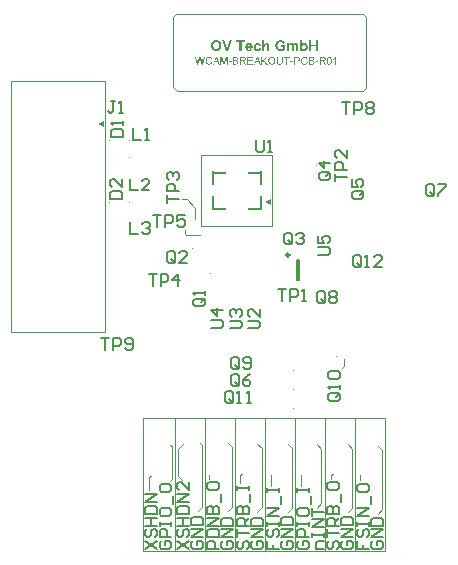
<source format=gto>
G04*
G04 #@! TF.GenerationSoftware,Altium Limited,Altium Designer,24.2.2 (26)*
G04*
G04 Layer_Color=65535*
%FSLAX44Y44*%
%MOMM*%
G71*
G04*
G04 #@! TF.SameCoordinates,6EDC250C-81D3-48BC-95F6-F0A130F5604E*
G04*
G04*
G04 #@! TF.FilePolarity,Positive*
G04*
G01*
G75*
%ADD10C,0.1000*%
%ADD11C,0.2500*%
%ADD12C,0.2000*%
%ADD13C,0.1530*%
%ADD14R,1.2000X0.2200*%
%ADD15R,0.2200X1.2000*%
%ADD16R,1.2000X0.2200*%
G36*
X105000Y366500D02*
X110000Y369000D01*
Y364000D01*
X105000Y366500D01*
D02*
G37*
G36*
X246300Y300200D02*
X251300Y297700D01*
Y302700D01*
X246300Y300200D01*
D02*
G37*
G36*
X279798Y423111D02*
X279867Y423106D01*
X279951Y423101D01*
X280043Y423088D01*
X280149Y423074D01*
X280270Y423055D01*
X280394Y423027D01*
X280524Y422995D01*
X280658Y422958D01*
X280792Y422907D01*
X280926Y422852D01*
X281065Y422787D01*
X281194Y422713D01*
X281319Y422625D01*
X281328Y422621D01*
X281347Y422602D01*
X281384Y422574D01*
X281425Y422533D01*
X281481Y422487D01*
X281541Y422422D01*
X281606Y422352D01*
X281680Y422269D01*
X281754Y422177D01*
X281832Y422075D01*
X281906Y421960D01*
X281980Y421839D01*
X282054Y421705D01*
X282119Y421562D01*
X282183Y421409D01*
X282234Y421248D01*
X281402Y421054D01*
X281398Y421063D01*
X281393Y421086D01*
X281379Y421118D01*
X281361Y421169D01*
X281338Y421225D01*
X281310Y421289D01*
X281273Y421363D01*
X281236Y421442D01*
X281194Y421525D01*
X281143Y421608D01*
X281092Y421691D01*
X281032Y421779D01*
X280968Y421858D01*
X280903Y421936D01*
X280829Y422006D01*
X280750Y422071D01*
X280746Y422075D01*
X280732Y422084D01*
X280709Y422098D01*
X280676Y422121D01*
X280635Y422145D01*
X280584Y422172D01*
X280524Y422200D01*
X280459Y422232D01*
X280385Y422260D01*
X280307Y422288D01*
X280219Y422315D01*
X280126Y422339D01*
X280025Y422362D01*
X279918Y422376D01*
X279807Y422385D01*
X279687Y422389D01*
X279618D01*
X279567Y422385D01*
X279502Y422380D01*
X279428Y422371D01*
X279345Y422362D01*
X279257Y422343D01*
X279160Y422325D01*
X279063Y422302D01*
X278961Y422274D01*
X278855Y422242D01*
X278753Y422200D01*
X278652Y422149D01*
X278550Y422098D01*
X278453Y422034D01*
X278448Y422029D01*
X278430Y422020D01*
X278407Y421996D01*
X278374Y421969D01*
X278333Y421932D01*
X278286Y421890D01*
X278236Y421839D01*
X278180Y421784D01*
X278125Y421719D01*
X278064Y421650D01*
X278009Y421571D01*
X277954Y421483D01*
X277898Y421396D01*
X277847Y421298D01*
X277801Y421197D01*
X277759Y421086D01*
Y421081D01*
X277750Y421058D01*
X277741Y421026D01*
X277727Y420984D01*
X277713Y420929D01*
X277695Y420864D01*
X277681Y420790D01*
X277662Y420707D01*
X277644Y420619D01*
X277625Y420522D01*
X277607Y420420D01*
X277593Y420314D01*
X277570Y420092D01*
X277565Y419976D01*
X277561Y419856D01*
Y419847D01*
Y419819D01*
Y419778D01*
X277565Y419717D01*
X277570Y419648D01*
X277575Y419565D01*
X277579Y419473D01*
X277588Y419375D01*
X277602Y419264D01*
X277616Y419149D01*
X277662Y418913D01*
X277686Y418788D01*
X277718Y418668D01*
X277755Y418548D01*
X277796Y418432D01*
X277801Y418428D01*
X277806Y418405D01*
X277819Y418377D01*
X277843Y418335D01*
X277866Y418284D01*
X277898Y418224D01*
X277935Y418160D01*
X277977Y418090D01*
X278028Y418021D01*
X278083Y417947D01*
X278143Y417868D01*
X278208Y417794D01*
X278282Y417720D01*
X278360Y417651D01*
X278444Y417586D01*
X278536Y417526D01*
X278541Y417522D01*
X278559Y417512D01*
X278587Y417499D01*
X278624Y417480D01*
X278670Y417457D01*
X278726Y417429D01*
X278790Y417406D01*
X278860Y417378D01*
X278938Y417346D01*
X279021Y417323D01*
X279114Y417295D01*
X279206Y417272D01*
X279308Y417253D01*
X279410Y417240D01*
X279516Y417230D01*
X279622Y417226D01*
X279655D01*
X279692Y417230D01*
X279743D01*
X279803Y417240D01*
X279872Y417249D01*
X279955Y417258D01*
X280039Y417277D01*
X280131Y417300D01*
X280228Y417327D01*
X280330Y417360D01*
X280431Y417397D01*
X280533Y417443D01*
X280635Y417499D01*
X280732Y417563D01*
X280829Y417633D01*
X280834Y417637D01*
X280852Y417651D01*
X280875Y417674D01*
X280908Y417711D01*
X280949Y417753D01*
X280995Y417804D01*
X281046Y417868D01*
X281097Y417938D01*
X281153Y418021D01*
X281208Y418109D01*
X281268Y418210D01*
X281319Y418321D01*
X281374Y418437D01*
X281421Y418566D01*
X281462Y418700D01*
X281499Y418848D01*
X282345Y418636D01*
Y418631D01*
X282341Y418622D01*
X282336Y418608D01*
X282331Y418590D01*
X282327Y418566D01*
X282318Y418534D01*
X282294Y418465D01*
X282262Y418377D01*
X282225Y418280D01*
X282179Y418169D01*
X282123Y418049D01*
X282063Y417919D01*
X281994Y417790D01*
X281915Y417660D01*
X281828Y417526D01*
X281730Y417397D01*
X281624Y417272D01*
X281509Y417156D01*
X281384Y417046D01*
X281374Y417041D01*
X281351Y417022D01*
X281314Y416995D01*
X281259Y416962D01*
X281194Y416921D01*
X281111Y416875D01*
X281019Y416824D01*
X280912Y416773D01*
X280797Y416722D01*
X280667Y416671D01*
X280529Y416625D01*
X280381Y416583D01*
X280219Y416551D01*
X280052Y416523D01*
X279877Y416505D01*
X279692Y416500D01*
X279622D01*
X279590Y416505D01*
X279521D01*
X279433Y416514D01*
X279331Y416523D01*
X279216Y416537D01*
X279095Y416551D01*
X278961Y416574D01*
X278827Y416602D01*
X278684Y416639D01*
X278545Y416676D01*
X278407Y416726D01*
X278268Y416782D01*
X278134Y416847D01*
X278009Y416921D01*
X278000Y416925D01*
X277981Y416939D01*
X277949Y416967D01*
X277903Y416999D01*
X277847Y417041D01*
X277787Y417096D01*
X277718Y417156D01*
X277644Y417230D01*
X277565Y417314D01*
X277487Y417402D01*
X277404Y417503D01*
X277320Y417609D01*
X277242Y417730D01*
X277163Y417854D01*
X277089Y417993D01*
X277024Y418136D01*
Y418141D01*
X277020Y418146D01*
X277010Y418173D01*
X276992Y418215D01*
X276974Y418275D01*
X276946Y418349D01*
X276918Y418437D01*
X276886Y418539D01*
X276858Y418650D01*
X276826Y418774D01*
X276793Y418909D01*
X276765Y419047D01*
X276738Y419200D01*
X276719Y419352D01*
X276701Y419514D01*
X276692Y419680D01*
X276687Y419852D01*
Y419856D01*
Y419865D01*
Y419879D01*
Y419898D01*
Y419921D01*
X276692Y419949D01*
Y420018D01*
X276701Y420106D01*
X276705Y420207D01*
X276719Y420323D01*
X276733Y420448D01*
X276756Y420577D01*
X276779Y420716D01*
X276812Y420864D01*
X276849Y421012D01*
X276890Y421160D01*
X276941Y421308D01*
X277001Y421451D01*
X277066Y421594D01*
X277071Y421604D01*
X277085Y421627D01*
X277108Y421664D01*
X277135Y421719D01*
X277177Y421779D01*
X277223Y421849D01*
X277283Y421932D01*
X277348Y422015D01*
X277417Y422103D01*
X277501Y422200D01*
X277588Y422292D01*
X277686Y422385D01*
X277792Y422477D01*
X277903Y422565D01*
X278023Y422648D01*
X278152Y422727D01*
X278162Y422732D01*
X278185Y422745D01*
X278222Y422764D01*
X278277Y422787D01*
X278342Y422819D01*
X278421Y422852D01*
X278513Y422884D01*
X278610Y422921D01*
X278721Y422958D01*
X278841Y422990D01*
X278971Y423027D01*
X279105Y423055D01*
X279248Y423078D01*
X279396Y423097D01*
X279548Y423111D01*
X279706Y423115D01*
X279770D01*
X279798Y423111D01*
D02*
G37*
G36*
X198876Y423111D02*
X198945Y423106D01*
X199028Y423101D01*
X199121Y423088D01*
X199227Y423074D01*
X199347Y423055D01*
X199472Y423027D01*
X199602Y422995D01*
X199736Y422958D01*
X199870Y422907D01*
X200004Y422852D01*
X200143Y422787D01*
X200272Y422713D01*
X200397Y422625D01*
X200406Y422621D01*
X200425Y422602D01*
X200462Y422574D01*
X200503Y422533D01*
X200559Y422486D01*
X200619Y422422D01*
X200683Y422352D01*
X200758Y422269D01*
X200831Y422177D01*
X200910Y422075D01*
X200984Y421959D01*
X201058Y421839D01*
X201132Y421705D01*
X201197Y421562D01*
X201261Y421409D01*
X201312Y421248D01*
X200480Y421054D01*
X200476Y421063D01*
X200471Y421086D01*
X200457Y421118D01*
X200438Y421169D01*
X200415Y421225D01*
X200388Y421289D01*
X200351Y421363D01*
X200314Y421442D01*
X200272Y421525D01*
X200221Y421608D01*
X200170Y421691D01*
X200110Y421779D01*
X200046Y421858D01*
X199981Y421936D01*
X199907Y422006D01*
X199828Y422071D01*
X199824Y422075D01*
X199810Y422084D01*
X199787Y422098D01*
X199754Y422121D01*
X199713Y422144D01*
X199662Y422172D01*
X199602Y422200D01*
X199537Y422232D01*
X199463Y422260D01*
X199384Y422288D01*
X199297Y422315D01*
X199204Y422339D01*
X199102Y422362D01*
X198996Y422376D01*
X198885Y422385D01*
X198765Y422389D01*
X198696D01*
X198645Y422385D01*
X198580Y422380D01*
X198506Y422371D01*
X198423Y422362D01*
X198335Y422343D01*
X198238Y422325D01*
X198141Y422302D01*
X198039Y422274D01*
X197933Y422242D01*
X197831Y422200D01*
X197729Y422149D01*
X197628Y422098D01*
X197531Y422034D01*
X197526Y422029D01*
X197508Y422020D01*
X197484Y421996D01*
X197452Y421969D01*
X197411Y421932D01*
X197364Y421890D01*
X197313Y421839D01*
X197258Y421784D01*
X197202Y421719D01*
X197142Y421650D01*
X197087Y421571D01*
X197031Y421483D01*
X196976Y421396D01*
X196925Y421298D01*
X196879Y421197D01*
X196837Y421086D01*
Y421081D01*
X196828Y421058D01*
X196819Y421026D01*
X196805Y420984D01*
X196791Y420929D01*
X196773Y420864D01*
X196759Y420790D01*
X196740Y420707D01*
X196722Y420619D01*
X196703Y420522D01*
X196685Y420420D01*
X196671Y420314D01*
X196648Y420092D01*
X196643Y419976D01*
X196639Y419856D01*
Y419847D01*
Y419819D01*
Y419778D01*
X196643Y419717D01*
X196648Y419648D01*
X196652Y419565D01*
X196657Y419473D01*
X196666Y419375D01*
X196680Y419264D01*
X196694Y419149D01*
X196740Y418913D01*
X196763Y418788D01*
X196796Y418668D01*
X196833Y418548D01*
X196874Y418432D01*
X196879Y418428D01*
X196884Y418405D01*
X196897Y418377D01*
X196921Y418335D01*
X196944Y418284D01*
X196976Y418224D01*
X197013Y418160D01*
X197055Y418090D01*
X197105Y418021D01*
X197161Y417947D01*
X197221Y417868D01*
X197286Y417794D01*
X197360Y417720D01*
X197438Y417651D01*
X197521Y417586D01*
X197614Y417526D01*
X197619Y417522D01*
X197637Y417512D01*
X197665Y417499D01*
X197702Y417480D01*
X197748Y417457D01*
X197803Y417429D01*
X197868Y417406D01*
X197938Y417378D01*
X198016Y417346D01*
X198099Y417323D01*
X198192Y417295D01*
X198284Y417272D01*
X198386Y417253D01*
X198488Y417240D01*
X198594Y417230D01*
X198700Y417226D01*
X198733D01*
X198770Y417230D01*
X198820D01*
X198881Y417240D01*
X198950Y417249D01*
X199033Y417258D01*
X199116Y417277D01*
X199209Y417300D01*
X199306Y417327D01*
X199408Y417360D01*
X199509Y417397D01*
X199611Y417443D01*
X199713Y417499D01*
X199810Y417563D01*
X199907Y417633D01*
X199911Y417637D01*
X199930Y417651D01*
X199953Y417674D01*
X199986Y417711D01*
X200027Y417753D01*
X200073Y417804D01*
X200124Y417868D01*
X200175Y417938D01*
X200231Y418021D01*
X200286Y418109D01*
X200346Y418210D01*
X200397Y418321D01*
X200452Y418437D01*
X200499Y418566D01*
X200540Y418700D01*
X200577Y418848D01*
X201423Y418636D01*
Y418631D01*
X201418Y418622D01*
X201414Y418608D01*
X201409Y418590D01*
X201405Y418566D01*
X201395Y418534D01*
X201372Y418465D01*
X201340Y418377D01*
X201303Y418280D01*
X201257Y418169D01*
X201201Y418049D01*
X201141Y417919D01*
X201072Y417790D01*
X200993Y417660D01*
X200905Y417526D01*
X200808Y417397D01*
X200702Y417272D01*
X200586Y417156D01*
X200462Y417046D01*
X200452Y417041D01*
X200429Y417022D01*
X200392Y416995D01*
X200337Y416962D01*
X200272Y416921D01*
X200189Y416875D01*
X200096Y416824D01*
X199990Y416773D01*
X199874Y416722D01*
X199745Y416671D01*
X199606Y416625D01*
X199459Y416583D01*
X199297Y416551D01*
X199130Y416523D01*
X198955Y416505D01*
X198770Y416500D01*
X198700D01*
X198668Y416505D01*
X198599D01*
X198511Y416514D01*
X198409Y416523D01*
X198293Y416537D01*
X198173Y416551D01*
X198039Y416574D01*
X197905Y416602D01*
X197762Y416639D01*
X197623Y416676D01*
X197484Y416726D01*
X197346Y416782D01*
X197212Y416847D01*
X197087Y416921D01*
X197078Y416925D01*
X197059Y416939D01*
X197027Y416967D01*
X196981Y416999D01*
X196925Y417041D01*
X196865Y417096D01*
X196796Y417156D01*
X196722Y417230D01*
X196643Y417314D01*
X196565Y417402D01*
X196481Y417503D01*
X196398Y417609D01*
X196320Y417730D01*
X196241Y417854D01*
X196167Y417993D01*
X196102Y418136D01*
Y418141D01*
X196098Y418146D01*
X196088Y418173D01*
X196070Y418215D01*
X196051Y418275D01*
X196024Y418349D01*
X195996Y418437D01*
X195964Y418539D01*
X195936Y418650D01*
X195903Y418774D01*
X195871Y418909D01*
X195843Y419047D01*
X195816Y419200D01*
X195797Y419352D01*
X195779Y419514D01*
X195770Y419680D01*
X195765Y419851D01*
Y419856D01*
Y419865D01*
Y419879D01*
Y419898D01*
Y419921D01*
X195770Y419949D01*
Y420018D01*
X195779Y420106D01*
X195783Y420207D01*
X195797Y420323D01*
X195811Y420448D01*
X195834Y420577D01*
X195857Y420716D01*
X195890Y420864D01*
X195927Y421012D01*
X195968Y421160D01*
X196019Y421308D01*
X196079Y421451D01*
X196144Y421594D01*
X196148Y421604D01*
X196162Y421627D01*
X196185Y421664D01*
X196213Y421719D01*
X196255Y421779D01*
X196301Y421849D01*
X196361Y421932D01*
X196426Y422015D01*
X196495Y422103D01*
X196578Y422200D01*
X196666Y422292D01*
X196763Y422385D01*
X196870Y422477D01*
X196981Y422565D01*
X197101Y422648D01*
X197230Y422727D01*
X197239Y422732D01*
X197263Y422745D01*
X197300Y422764D01*
X197355Y422787D01*
X197420Y422819D01*
X197498Y422852D01*
X197591Y422884D01*
X197688Y422921D01*
X197799Y422958D01*
X197919Y422990D01*
X198048Y423027D01*
X198183Y423055D01*
X198326Y423078D01*
X198474Y423097D01*
X198626Y423111D01*
X198783Y423115D01*
X198848D01*
X198876Y423111D01*
D02*
G37*
G36*
X245622Y420406D02*
X248428Y416606D01*
X247309D01*
X245030Y419833D01*
X243985Y418825D01*
Y416606D01*
X243139D01*
Y423004D01*
X243985D01*
Y419828D01*
X247161Y423004D01*
X248312D01*
X245622Y420406D01*
D02*
G37*
G36*
X291355Y418525D02*
X288933D01*
Y419315D01*
X291355D01*
Y418525D01*
D02*
G37*
G36*
X270007D02*
X267585D01*
Y419315D01*
X270007D01*
Y418525D01*
D02*
G37*
G36*
X217876Y418525D02*
X215453D01*
Y419315D01*
X217876D01*
Y418525D01*
D02*
G37*
G36*
X214506Y416606D02*
X213687D01*
Y421959D01*
X211824Y416606D01*
X211057D01*
X209213Y422052D01*
Y416606D01*
X208394D01*
Y423004D01*
X209666D01*
X211182Y418474D01*
X211187Y418465D01*
X211191Y418446D01*
X211200Y418414D01*
X211214Y418372D01*
X211233Y418317D01*
X211251Y418257D01*
X211274Y418192D01*
X211297Y418118D01*
X211348Y417965D01*
X211399Y417808D01*
X211422Y417730D01*
X211445Y417656D01*
X211469Y417591D01*
X211487Y417526D01*
Y417531D01*
X211492Y417545D01*
X211501Y417563D01*
X211510Y417591D01*
X211519Y417628D01*
X211533Y417674D01*
X211552Y417725D01*
X211570Y417785D01*
X211593Y417854D01*
X211621Y417929D01*
X211649Y418012D01*
X211677Y418104D01*
X211714Y418206D01*
X211746Y418312D01*
X211787Y418428D01*
X211829Y418553D01*
X213364Y423004D01*
X214506D01*
Y416606D01*
D02*
G37*
G36*
X193467D02*
X192644D01*
X191308Y421479D01*
Y421488D01*
X191299Y421507D01*
X191290Y421534D01*
X191281Y421576D01*
X191267Y421627D01*
X191253Y421678D01*
X191234Y421738D01*
X191216Y421802D01*
X191179Y421932D01*
X191165Y421992D01*
X191147Y422052D01*
X191133Y422108D01*
X191119Y422154D01*
X191110Y422195D01*
X191100Y422228D01*
Y422223D01*
X191096Y422209D01*
X191091Y422186D01*
X191082Y422154D01*
X191073Y422117D01*
X191063Y422071D01*
X191050Y422024D01*
X191036Y421969D01*
X191008Y421853D01*
X190976Y421728D01*
X190943Y421599D01*
X190911Y421479D01*
X189566Y416606D01*
X188687D01*
X187000Y423004D01*
X187864D01*
X188835Y418807D01*
Y418797D01*
X188845Y418779D01*
X188849Y418742D01*
X188863Y418696D01*
X188877Y418636D01*
X188891Y418566D01*
X188909Y418483D01*
X188928Y418395D01*
X188951Y418303D01*
X188969Y418201D01*
X188992Y418090D01*
X189016Y417979D01*
X189062Y417743D01*
X189108Y417499D01*
Y417503D01*
X189113Y417512D01*
Y417526D01*
X189117Y417545D01*
X189126Y417568D01*
X189131Y417596D01*
X189145Y417660D01*
X189168Y417743D01*
X189187Y417831D01*
X189210Y417929D01*
X189237Y418030D01*
X189288Y418238D01*
X189311Y418340D01*
X189335Y418432D01*
X189358Y418516D01*
X189371Y418585D01*
X189390Y418645D01*
X189395Y418663D01*
X189399Y418682D01*
X190610Y423004D01*
X191632D01*
X192547Y419764D01*
Y419759D01*
X192552Y419750D01*
X192557Y419731D01*
X192561Y419708D01*
X192570Y419680D01*
X192580Y419644D01*
X192589Y419607D01*
X192603Y419560D01*
X192617Y419509D01*
X192631Y419454D01*
X192663Y419324D01*
X192700Y419186D01*
X192737Y419029D01*
X192778Y418858D01*
X192820Y418682D01*
X192862Y418492D01*
X192903Y418298D01*
X192982Y417901D01*
X193047Y417499D01*
Y417508D01*
X193051Y417526D01*
X193060Y417559D01*
X193070Y417605D01*
X193084Y417665D01*
X193097Y417730D01*
X193116Y417813D01*
X193134Y417901D01*
X193158Y417998D01*
X193181Y418104D01*
X193204Y418220D01*
X193236Y418340D01*
X193264Y418469D01*
X193296Y418603D01*
X193329Y418747D01*
X193366Y418890D01*
X194369Y423004D01*
X195224D01*
X193467Y416606D01*
D02*
G37*
G36*
X261127Y419306D02*
Y419301D01*
Y419297D01*
Y419283D01*
Y419264D01*
Y419241D01*
Y419214D01*
X261122Y419149D01*
Y419066D01*
X261117Y418973D01*
X261108Y418867D01*
X261099Y418756D01*
X261085Y418636D01*
X261071Y418511D01*
X261034Y418257D01*
X261006Y418127D01*
X260979Y418007D01*
X260942Y417887D01*
X260905Y417776D01*
X260900Y417771D01*
X260896Y417753D01*
X260882Y417720D01*
X260863Y417683D01*
X260835Y417633D01*
X260808Y417577D01*
X260771Y417517D01*
X260724Y417448D01*
X260674Y417374D01*
X260618Y417300D01*
X260553Y417226D01*
X260479Y417147D01*
X260401Y417069D01*
X260318Y416995D01*
X260221Y416921D01*
X260119Y416851D01*
X260114Y416847D01*
X260091Y416838D01*
X260059Y416819D01*
X260017Y416796D01*
X259957Y416768D01*
X259892Y416740D01*
X259809Y416708D01*
X259721Y416676D01*
X259615Y416643D01*
X259504Y416611D01*
X259384Y416583D01*
X259250Y416555D01*
X259106Y416532D01*
X258954Y416514D01*
X258797Y416505D01*
X258626Y416500D01*
X258538D01*
X258478Y416505D01*
X258399Y416509D01*
X258311Y416519D01*
X258210Y416528D01*
X258103Y416537D01*
X257988Y416555D01*
X257868Y416574D01*
X257747Y416602D01*
X257623Y416629D01*
X257502Y416666D01*
X257377Y416708D01*
X257262Y416754D01*
X257151Y416810D01*
X257146Y416814D01*
X257128Y416824D01*
X257096Y416842D01*
X257059Y416865D01*
X257012Y416898D01*
X256957Y416939D01*
X256901Y416985D01*
X256837Y417036D01*
X256772Y417096D01*
X256703Y417166D01*
X256633Y417235D01*
X256569Y417318D01*
X256504Y417402D01*
X256444Y417499D01*
X256388Y417596D01*
X256337Y417702D01*
X256333Y417711D01*
X256328Y417730D01*
X256314Y417762D01*
X256300Y417808D01*
X256282Y417868D01*
X256263Y417942D01*
X256240Y418026D01*
X256217Y418123D01*
X256194Y418234D01*
X256171Y418354D01*
X256152Y418483D01*
X256134Y418627D01*
X256120Y418779D01*
X256106Y418946D01*
X256102Y419121D01*
X256097Y419306D01*
Y423004D01*
X256943D01*
Y419311D01*
Y419301D01*
Y419274D01*
Y419232D01*
X256948Y419177D01*
Y419107D01*
X256952Y419029D01*
X256957Y418941D01*
X256961Y418844D01*
X256971Y418747D01*
X256980Y418645D01*
X257008Y418442D01*
X257026Y418344D01*
X257045Y418247D01*
X257068Y418160D01*
X257096Y418081D01*
Y418076D01*
X257105Y418063D01*
X257114Y418044D01*
X257128Y418016D01*
X257142Y417984D01*
X257165Y417947D01*
X257220Y417859D01*
X257294Y417762D01*
X257336Y417711D01*
X257387Y417660D01*
X257438Y417609D01*
X257498Y417563D01*
X257558Y417517D01*
X257627Y417475D01*
X257632D01*
X257646Y417466D01*
X257664Y417457D01*
X257696Y417443D01*
X257733Y417425D01*
X257775Y417406D01*
X257826Y417388D01*
X257886Y417369D01*
X257951Y417351D01*
X258020Y417332D01*
X258094Y417314D01*
X258177Y417295D01*
X258265Y417281D01*
X258358Y417272D01*
X258450Y417267D01*
X258552Y417263D01*
X258593D01*
X258640Y417267D01*
X258704D01*
X258783Y417277D01*
X258866Y417286D01*
X258963Y417300D01*
X259069Y417314D01*
X259176Y417337D01*
X259287Y417365D01*
X259398Y417402D01*
X259509Y417438D01*
X259615Y417489D01*
X259712Y417545D01*
X259804Y417609D01*
X259883Y417683D01*
X259888Y417688D01*
X259902Y417702D01*
X259920Y417730D01*
X259943Y417767D01*
X259975Y417817D01*
X260008Y417882D01*
X260045Y417956D01*
X260082Y418049D01*
X260119Y418150D01*
X260156Y418266D01*
X260188Y418400D01*
X260221Y418548D01*
X260244Y418714D01*
X260262Y418895D01*
X260276Y419093D01*
X260281Y419311D01*
Y423004D01*
X261127D01*
Y419306D01*
D02*
G37*
G36*
X306384Y416606D02*
X305598D01*
Y421608D01*
X305593Y421604D01*
X305584Y421594D01*
X305570Y421581D01*
X305547Y421562D01*
X305519Y421539D01*
X305482Y421507D01*
X305441Y421474D01*
X305399Y421437D01*
X305344Y421400D01*
X305288Y421354D01*
X305228Y421312D01*
X305163Y421261D01*
X305089Y421215D01*
X305016Y421164D01*
X304849Y421063D01*
X304844Y421058D01*
X304831Y421049D01*
X304803Y421035D01*
X304771Y421021D01*
X304734Y420998D01*
X304687Y420970D01*
X304632Y420942D01*
X304576Y420910D01*
X304447Y420845D01*
X304308Y420781D01*
X304165Y420716D01*
X304026Y420661D01*
Y421419D01*
X304035Y421423D01*
X304054Y421433D01*
X304091Y421451D01*
X304137Y421474D01*
X304193Y421502D01*
X304262Y421539D01*
X304336Y421581D01*
X304415Y421627D01*
X304502Y421682D01*
X304595Y421738D01*
X304789Y421867D01*
X304988Y422010D01*
X305177Y422168D01*
X305182Y422172D01*
X305200Y422186D01*
X305224Y422209D01*
X305256Y422242D01*
X305298Y422283D01*
X305344Y422329D01*
X305394Y422385D01*
X305450Y422440D01*
X305506Y422505D01*
X305566Y422574D01*
X305681Y422718D01*
X305788Y422870D01*
X305834Y422949D01*
X305875Y423027D01*
X306384D01*
Y416606D01*
D02*
G37*
G36*
X295308Y423000D02*
X295382D01*
X295465Y422995D01*
X295553Y422990D01*
X295654Y422981D01*
X295756Y422972D01*
X295862Y422963D01*
X296080Y422930D01*
X296181Y422912D01*
X296283Y422889D01*
X296380Y422861D01*
X296468Y422829D01*
X296472D01*
X296486Y422819D01*
X296509Y422810D01*
X296542Y422796D01*
X296579Y422778D01*
X296621Y422750D01*
X296671Y422722D01*
X296722Y422690D01*
X296778Y422648D01*
X296838Y422607D01*
X296898Y422556D01*
X296958Y422500D01*
X297013Y422436D01*
X297073Y422371D01*
X297129Y422297D01*
X297180Y422218D01*
X297184Y422214D01*
X297194Y422200D01*
X297203Y422177D01*
X297221Y422145D01*
X297240Y422103D01*
X297263Y422052D01*
X297291Y421996D01*
X297314Y421936D01*
X297337Y421867D01*
X297365Y421793D01*
X297388Y421715D01*
X297406Y421631D01*
X297425Y421544D01*
X297439Y421451D01*
X297443Y421354D01*
X297448Y421257D01*
Y421248D01*
Y421229D01*
X297443Y421192D01*
Y421141D01*
X297434Y421086D01*
X297425Y421017D01*
X297411Y420942D01*
X297393Y420859D01*
X297369Y420771D01*
X297342Y420679D01*
X297305Y420582D01*
X297263Y420485D01*
X297212Y420388D01*
X297152Y420295D01*
X297083Y420198D01*
X297004Y420110D01*
X296999Y420106D01*
X296986Y420092D01*
X296958Y420069D01*
X296921Y420037D01*
X296875Y420000D01*
X296815Y419958D01*
X296750Y419912D01*
X296671Y419861D01*
X296579Y419810D01*
X296482Y419759D01*
X296366Y419713D01*
X296246Y419662D01*
X296112Y419620D01*
X295969Y419579D01*
X295812Y419547D01*
X295645Y419519D01*
X295650D01*
X295659Y419510D01*
X295677Y419505D01*
X295700Y419491D01*
X295728Y419477D01*
X295761Y419459D01*
X295835Y419417D01*
X295918Y419371D01*
X296001Y419315D01*
X296080Y419260D01*
X296154Y419200D01*
X296158Y419195D01*
X296172Y419186D01*
X296190Y419163D01*
X296218Y419140D01*
X296251Y419103D01*
X296288Y419066D01*
X296334Y419020D01*
X296380Y418964D01*
X296431Y418904D01*
X296486Y418839D01*
X296546Y418770D01*
X296607Y418696D01*
X296667Y418613D01*
X296731Y418529D01*
X296856Y418344D01*
X297961Y416606D01*
X296903D01*
X296056Y417938D01*
X296052Y417942D01*
X296038Y417961D01*
X296019Y417993D01*
X295996Y418030D01*
X295964Y418081D01*
X295927Y418136D01*
X295885Y418197D01*
X295844Y418261D01*
X295747Y418405D01*
X295645Y418553D01*
X295543Y418691D01*
X295492Y418756D01*
X295446Y418816D01*
X295442Y418821D01*
X295437Y418830D01*
X295423Y418844D01*
X295405Y418867D01*
X295358Y418922D01*
X295303Y418987D01*
X295234Y419056D01*
X295164Y419130D01*
X295090Y419195D01*
X295016Y419246D01*
X295007Y419251D01*
X294984Y419264D01*
X294947Y419288D01*
X294896Y419311D01*
X294841Y419338D01*
X294776Y419371D01*
X294707Y419394D01*
X294633Y419417D01*
X294628D01*
X294605Y419422D01*
X294568Y419426D01*
X294522Y419436D01*
X294457Y419440D01*
X294374Y419445D01*
X294277Y419449D01*
X293181D01*
Y416606D01*
X292335D01*
Y423004D01*
X295252D01*
X295308Y423000D01*
D02*
G37*
G36*
X285868D02*
X285933D01*
X286002Y422995D01*
X286085Y422986D01*
X286168Y422981D01*
X286261Y422967D01*
X286358Y422958D01*
X286552Y422921D01*
X286746Y422870D01*
X286839Y422842D01*
X286922Y422805D01*
X286926D01*
X286940Y422796D01*
X286963Y422787D01*
X286996Y422769D01*
X287033Y422750D01*
X287074Y422722D01*
X287125Y422695D01*
X287176Y422658D01*
X287232Y422621D01*
X287287Y422574D01*
X287342Y422528D01*
X287403Y422473D01*
X287458Y422413D01*
X287514Y422352D01*
X287564Y422283D01*
X287615Y422209D01*
X287620Y422205D01*
X287624Y422191D01*
X287638Y422168D01*
X287657Y422140D01*
X287675Y422103D01*
X287694Y422057D01*
X287717Y422010D01*
X287745Y421955D01*
X287768Y421890D01*
X287791Y421825D01*
X287828Y421682D01*
X287860Y421525D01*
X287865Y421446D01*
X287869Y421363D01*
Y421359D01*
Y421345D01*
Y421322D01*
X287865Y421294D01*
Y421257D01*
X287856Y421215D01*
X287851Y421164D01*
X287842Y421114D01*
X287814Y420993D01*
X287772Y420864D01*
X287749Y420795D01*
X287717Y420730D01*
X287685Y420661D01*
X287643Y420591D01*
X287638Y420587D01*
X287634Y420577D01*
X287620Y420559D01*
X287601Y420531D01*
X287578Y420499D01*
X287551Y420466D01*
X287514Y420425D01*
X287477Y420383D01*
X287430Y420337D01*
X287384Y420291D01*
X287329Y420244D01*
X287269Y420194D01*
X287199Y420143D01*
X287130Y420097D01*
X287056Y420050D01*
X286973Y420009D01*
X286977D01*
X287000Y420000D01*
X287028Y419990D01*
X287070Y419976D01*
X287116Y419958D01*
X287171Y419935D01*
X287236Y419907D01*
X287301Y419870D01*
X287375Y419833D01*
X287449Y419791D01*
X287523Y419745D01*
X287597Y419690D01*
X287666Y419634D01*
X287740Y419570D01*
X287805Y419500D01*
X287865Y419426D01*
X287869Y419422D01*
X287879Y419408D01*
X287893Y419385D01*
X287916Y419352D01*
X287939Y419315D01*
X287967Y419269D01*
X287994Y419214D01*
X288022Y419154D01*
X288050Y419084D01*
X288082Y419010D01*
X288105Y418932D01*
X288128Y418844D01*
X288151Y418756D01*
X288165Y418659D01*
X288175Y418562D01*
X288179Y418460D01*
Y418456D01*
Y418442D01*
Y418414D01*
X288175Y418382D01*
Y418344D01*
X288170Y418298D01*
X288165Y418243D01*
X288156Y418187D01*
X288133Y418058D01*
X288096Y417915D01*
X288050Y417767D01*
X287985Y417619D01*
Y417614D01*
X287976Y417600D01*
X287967Y417582D01*
X287953Y417554D01*
X287934Y417522D01*
X287911Y417485D01*
X287856Y417402D01*
X287786Y417304D01*
X287708Y417207D01*
X287620Y417110D01*
X287518Y417027D01*
X287514D01*
X287504Y417018D01*
X287490Y417009D01*
X287467Y416995D01*
X287440Y416976D01*
X287407Y416958D01*
X287370Y416935D01*
X287329Y416912D01*
X287278Y416884D01*
X287227Y416861D01*
X287107Y416805D01*
X286973Y416759D01*
X286820Y416713D01*
X286815D01*
X286802Y416708D01*
X286779Y416703D01*
X286746Y416694D01*
X286705Y416690D01*
X286654Y416680D01*
X286598Y416671D01*
X286534Y416662D01*
X286464Y416648D01*
X286386Y416639D01*
X286298Y416629D01*
X286210Y416625D01*
X286113Y416616D01*
X286011Y416611D01*
X285900Y416606D01*
X283353D01*
Y423004D01*
X285817D01*
X285868Y423000D01*
D02*
G37*
G36*
X273603D02*
X273668D01*
X273742Y422995D01*
X273899Y422990D01*
X274061Y422977D01*
X274218Y422963D01*
X274292Y422949D01*
X274357Y422940D01*
X274362D01*
X274380Y422935D01*
X274403Y422930D01*
X274436Y422926D01*
X274477Y422916D01*
X274524Y422903D01*
X274574Y422889D01*
X274634Y422875D01*
X274759Y422833D01*
X274889Y422778D01*
X275023Y422718D01*
X275148Y422639D01*
X275152Y422635D01*
X275161Y422630D01*
X275180Y422616D01*
X275198Y422598D01*
X275226Y422579D01*
X275259Y422551D01*
X275296Y422519D01*
X275333Y422482D01*
X275369Y422440D01*
X275411Y422394D01*
X275499Y422288D01*
X275582Y422163D01*
X275661Y422024D01*
X275665Y422020D01*
X275670Y422006D01*
X275679Y421983D01*
X275693Y421955D01*
X275707Y421918D01*
X275721Y421872D01*
X275739Y421821D01*
X275758Y421765D01*
X275776Y421705D01*
X275795Y421636D01*
X275809Y421567D01*
X275823Y421488D01*
X275846Y421326D01*
X275855Y421151D01*
Y421141D01*
Y421114D01*
X275850Y421072D01*
X275846Y421017D01*
X275841Y420942D01*
X275827Y420864D01*
X275813Y420771D01*
X275790Y420674D01*
X275762Y420568D01*
X275725Y420457D01*
X275684Y420342D01*
X275633Y420226D01*
X275573Y420110D01*
X275504Y419995D01*
X275425Y419879D01*
X275333Y419773D01*
X275328Y419768D01*
X275309Y419750D01*
X275277Y419722D01*
X275231Y419685D01*
X275171Y419644D01*
X275097Y419593D01*
X275009Y419542D01*
X274902Y419491D01*
X274782Y419440D01*
X274648Y419389D01*
X274491Y419338D01*
X274325Y419297D01*
X274135Y419260D01*
X274034Y419246D01*
X273927Y419232D01*
X273816Y419223D01*
X273701Y419214D01*
X273580Y419209D01*
X271819D01*
Y416606D01*
X270973D01*
Y423004D01*
X273539D01*
X273603Y423000D01*
D02*
G37*
G36*
X267127Y422251D02*
X265010D01*
Y416606D01*
X264164D01*
Y422251D01*
X262056D01*
Y423004D01*
X267127D01*
Y422251D01*
D02*
G37*
G36*
X242497Y416606D02*
X241535D01*
X240795Y418543D01*
X238110D01*
X237412Y416606D01*
X236519D01*
X238974Y423004D01*
X239880D01*
X242497Y416606D01*
D02*
G37*
G36*
X235895Y422251D02*
X232118D01*
Y420291D01*
X235655D01*
Y419537D01*
X232118D01*
Y417360D01*
X236043D01*
Y416606D01*
X231273D01*
Y423004D01*
X235895D01*
Y422251D01*
D02*
G37*
G36*
X227787Y423000D02*
X227861D01*
X227944Y422995D01*
X228032Y422990D01*
X228134Y422981D01*
X228235Y422972D01*
X228342Y422963D01*
X228559Y422930D01*
X228661Y422912D01*
X228762Y422889D01*
X228860Y422861D01*
X228947Y422829D01*
X228952D01*
X228966Y422819D01*
X228989Y422810D01*
X229021Y422796D01*
X229058Y422778D01*
X229100Y422750D01*
X229151Y422722D01*
X229202Y422690D01*
X229257Y422648D01*
X229317Y422607D01*
X229377Y422556D01*
X229437Y422500D01*
X229493Y422436D01*
X229553Y422371D01*
X229608Y422297D01*
X229659Y422218D01*
X229664Y422214D01*
X229673Y422200D01*
X229682Y422177D01*
X229701Y422144D01*
X229719Y422103D01*
X229742Y422052D01*
X229770Y421996D01*
X229793Y421936D01*
X229816Y421867D01*
X229844Y421793D01*
X229867Y421715D01*
X229886Y421631D01*
X229904Y421544D01*
X229918Y421451D01*
X229923Y421354D01*
X229927Y421257D01*
Y421248D01*
Y421229D01*
X229923Y421192D01*
Y421141D01*
X229914Y421086D01*
X229904Y421017D01*
X229890Y420942D01*
X229872Y420859D01*
X229849Y420771D01*
X229821Y420679D01*
X229784Y420582D01*
X229742Y420485D01*
X229692Y420388D01*
X229632Y420295D01*
X229562Y420198D01*
X229484Y420110D01*
X229479Y420106D01*
X229465Y420092D01*
X229437Y420069D01*
X229400Y420036D01*
X229354Y420000D01*
X229294Y419958D01*
X229229Y419912D01*
X229151Y419861D01*
X229058Y419810D01*
X228961Y419759D01*
X228846Y419713D01*
X228725Y419662D01*
X228591Y419620D01*
X228448Y419579D01*
X228291Y419546D01*
X228124Y419519D01*
X228129D01*
X228138Y419509D01*
X228157Y419505D01*
X228180Y419491D01*
X228208Y419477D01*
X228240Y419459D01*
X228314Y419417D01*
X228397Y419371D01*
X228480Y419315D01*
X228559Y419260D01*
X228633Y419200D01*
X228638Y419195D01*
X228651Y419186D01*
X228670Y419163D01*
X228698Y419140D01*
X228730Y419103D01*
X228767Y419066D01*
X228813Y419019D01*
X228860Y418964D01*
X228910Y418904D01*
X228966Y418839D01*
X229026Y418770D01*
X229086Y418696D01*
X229146Y418613D01*
X229211Y418529D01*
X229336Y418344D01*
X230441Y416606D01*
X229382D01*
X228536Y417938D01*
X228531Y417942D01*
X228517Y417961D01*
X228499Y417993D01*
X228476Y418030D01*
X228443Y418081D01*
X228406Y418136D01*
X228365Y418197D01*
X228323Y418261D01*
X228226Y418405D01*
X228124Y418553D01*
X228023Y418691D01*
X227972Y418756D01*
X227926Y418816D01*
X227921Y418821D01*
X227916Y418830D01*
X227903Y418844D01*
X227884Y418867D01*
X227838Y418922D01*
X227782Y418987D01*
X227713Y419056D01*
X227644Y419130D01*
X227570Y419195D01*
X227496Y419246D01*
X227486Y419251D01*
X227463Y419264D01*
X227426Y419288D01*
X227376Y419311D01*
X227320Y419338D01*
X227255Y419371D01*
X227186Y419394D01*
X227112Y419417D01*
X227107D01*
X227084Y419422D01*
X227047Y419426D01*
X227001Y419436D01*
X226936Y419440D01*
X226853Y419445D01*
X226756Y419449D01*
X225660D01*
Y416606D01*
X224814D01*
Y423004D01*
X227731D01*
X227787Y423000D01*
D02*
G37*
G36*
X221324D02*
X221389D01*
X221458Y422995D01*
X221542Y422986D01*
X221625Y422981D01*
X221717Y422967D01*
X221814Y422958D01*
X222008Y422921D01*
X222203Y422870D01*
X222295Y422842D01*
X222378Y422805D01*
X222383D01*
X222397Y422796D01*
X222420Y422787D01*
X222452Y422769D01*
X222489Y422750D01*
X222531Y422722D01*
X222582Y422695D01*
X222633Y422658D01*
X222688Y422621D01*
X222743Y422574D01*
X222799Y422528D01*
X222859Y422473D01*
X222915Y422413D01*
X222970Y422352D01*
X223021Y422283D01*
X223072Y422209D01*
X223076Y422205D01*
X223081Y422191D01*
X223095Y422168D01*
X223113Y422140D01*
X223132Y422103D01*
X223150Y422057D01*
X223173Y422010D01*
X223201Y421955D01*
X223224Y421890D01*
X223247Y421825D01*
X223284Y421682D01*
X223317Y421525D01*
X223321Y421446D01*
X223326Y421363D01*
Y421359D01*
Y421345D01*
Y421322D01*
X223321Y421294D01*
Y421257D01*
X223312Y421215D01*
X223307Y421164D01*
X223298Y421114D01*
X223270Y420993D01*
X223229Y420864D01*
X223206Y420795D01*
X223173Y420730D01*
X223141Y420661D01*
X223099Y420591D01*
X223095Y420587D01*
X223090Y420577D01*
X223076Y420559D01*
X223058Y420531D01*
X223035Y420499D01*
X223007Y420466D01*
X222970Y420425D01*
X222933Y420383D01*
X222887Y420337D01*
X222841Y420291D01*
X222785Y420244D01*
X222725Y420194D01*
X222656Y420143D01*
X222586Y420097D01*
X222512Y420050D01*
X222429Y420009D01*
X222434D01*
X222457Y420000D01*
X222485Y419990D01*
X222526Y419976D01*
X222572Y419958D01*
X222628Y419935D01*
X222693Y419907D01*
X222757Y419870D01*
X222831Y419833D01*
X222905Y419791D01*
X222979Y419745D01*
X223053Y419690D01*
X223123Y419634D01*
X223197Y419570D01*
X223261Y419500D01*
X223321Y419426D01*
X223326Y419422D01*
X223335Y419408D01*
X223349Y419385D01*
X223372Y419352D01*
X223395Y419315D01*
X223423Y419269D01*
X223451Y419214D01*
X223479Y419154D01*
X223506Y419084D01*
X223539Y419010D01*
X223562Y418932D01*
X223585Y418844D01*
X223608Y418756D01*
X223622Y418659D01*
X223631Y418562D01*
X223636Y418460D01*
Y418455D01*
Y418442D01*
Y418414D01*
X223631Y418382D01*
Y418344D01*
X223626Y418298D01*
X223622Y418243D01*
X223613Y418187D01*
X223589Y418058D01*
X223552Y417915D01*
X223506Y417767D01*
X223442Y417619D01*
Y417614D01*
X223432Y417600D01*
X223423Y417582D01*
X223409Y417554D01*
X223391Y417522D01*
X223368Y417485D01*
X223312Y417402D01*
X223243Y417304D01*
X223164Y417207D01*
X223076Y417110D01*
X222975Y417027D01*
X222970D01*
X222961Y417018D01*
X222947Y417009D01*
X222924Y416995D01*
X222896Y416976D01*
X222864Y416958D01*
X222827Y416935D01*
X222785Y416911D01*
X222734Y416884D01*
X222683Y416861D01*
X222563Y416805D01*
X222429Y416759D01*
X222277Y416713D01*
X222272D01*
X222258Y416708D01*
X222235Y416703D01*
X222203Y416694D01*
X222161Y416689D01*
X222110Y416680D01*
X222055Y416671D01*
X221990Y416662D01*
X221921Y416648D01*
X221842Y416639D01*
X221754Y416629D01*
X221666Y416625D01*
X221569Y416616D01*
X221468Y416611D01*
X221357Y416606D01*
X218810D01*
Y423004D01*
X221273D01*
X221324Y423000D01*
D02*
G37*
G36*
X207747Y416606D02*
X206786D01*
X206046Y418543D01*
X203360D01*
X202662Y416606D01*
X201770D01*
X204225Y423004D01*
X205131D01*
X207747Y416606D01*
D02*
G37*
G36*
X300628Y423023D02*
X300670D01*
X300725Y423018D01*
X300781Y423009D01*
X300846Y423000D01*
X300984Y422977D01*
X301137Y422940D01*
X301294Y422889D01*
X301368Y422856D01*
X301442Y422819D01*
X301447D01*
X301460Y422810D01*
X301479Y422796D01*
X301507Y422782D01*
X301539Y422759D01*
X301576Y422732D01*
X301622Y422704D01*
X301669Y422667D01*
X301770Y422584D01*
X301877Y422477D01*
X301983Y422357D01*
X302080Y422218D01*
X302085Y422214D01*
X302089Y422200D01*
X302103Y422177D01*
X302122Y422149D01*
X302145Y422112D01*
X302168Y422066D01*
X302196Y422015D01*
X302223Y421955D01*
X302256Y421890D01*
X302288Y421816D01*
X302320Y421738D01*
X302357Y421655D01*
X302390Y421567D01*
X302418Y421474D01*
X302450Y421372D01*
X302478Y421271D01*
Y421266D01*
X302482Y421243D01*
X302491Y421215D01*
X302501Y421169D01*
X302510Y421114D01*
X302524Y421044D01*
X302538Y420966D01*
X302551Y420873D01*
X302565Y420771D01*
X302579Y420656D01*
X302593Y420531D01*
X302602Y420397D01*
X302612Y420254D01*
X302621Y420097D01*
X302626Y419935D01*
Y419759D01*
Y419754D01*
Y419745D01*
Y419731D01*
Y419708D01*
Y419685D01*
Y419653D01*
X302621Y419616D01*
Y419574D01*
X302616Y419477D01*
X302612Y419366D01*
X302607Y419246D01*
X302598Y419112D01*
X302584Y418969D01*
X302570Y418821D01*
X302528Y418520D01*
X302501Y418368D01*
X302468Y418220D01*
X302431Y418076D01*
X302390Y417942D01*
X302385Y417933D01*
X302381Y417910D01*
X302367Y417878D01*
X302348Y417827D01*
X302320Y417771D01*
X302293Y417702D01*
X302256Y417628D01*
X302219Y417549D01*
X302172Y417466D01*
X302117Y417378D01*
X302062Y417290D01*
X302001Y417198D01*
X301932Y417110D01*
X301858Y417027D01*
X301779Y416948D01*
X301696Y416875D01*
X301692Y416870D01*
X301673Y416861D01*
X301650Y416842D01*
X301613Y416814D01*
X301567Y416787D01*
X301516Y416754D01*
X301451Y416722D01*
X301382Y416690D01*
X301299Y416653D01*
X301211Y416620D01*
X301118Y416588D01*
X301017Y416560D01*
X300906Y416537D01*
X300790Y416519D01*
X300670Y416505D01*
X300541Y416500D01*
X300499D01*
X300453Y416505D01*
X300388Y416509D01*
X300310Y416519D01*
X300217Y416537D01*
X300120Y416555D01*
X300009Y416583D01*
X299893Y416616D01*
X299778Y416662D01*
X299658Y416713D01*
X299533Y416777D01*
X299413Y416851D01*
X299297Y416939D01*
X299186Y417041D01*
X299084Y417156D01*
Y417161D01*
X299080Y417166D01*
X299070Y417180D01*
X299057Y417193D01*
X299043Y417217D01*
X299024Y417244D01*
X299006Y417272D01*
X298987Y417309D01*
X298964Y417351D01*
X298937Y417397D01*
X298913Y417448D01*
X298886Y417503D01*
X298858Y417568D01*
X298830Y417633D01*
X298798Y417707D01*
X298770Y417780D01*
X298742Y417864D01*
X298710Y417952D01*
X298682Y418044D01*
X298654Y418146D01*
X298627Y418247D01*
X298604Y418358D01*
X298576Y418469D01*
X298553Y418594D01*
X298534Y418719D01*
X298516Y418848D01*
X298497Y418987D01*
X298484Y419130D01*
X298470Y419278D01*
X298465Y419431D01*
X298456Y419593D01*
Y419759D01*
Y419764D01*
Y419773D01*
Y419787D01*
Y419810D01*
Y419838D01*
Y419870D01*
X298460Y419907D01*
Y419949D01*
X298465Y420041D01*
X298470Y420152D01*
X298474Y420277D01*
X298484Y420411D01*
X298497Y420554D01*
X298511Y420702D01*
X298553Y421007D01*
X298580Y421160D01*
X298613Y421308D01*
X298645Y421451D01*
X298687Y421585D01*
X298692Y421594D01*
X298696Y421618D01*
X298710Y421650D01*
X298729Y421701D01*
X298756Y421756D01*
X298784Y421825D01*
X298821Y421899D01*
X298862Y421978D01*
X298904Y422061D01*
X298960Y422149D01*
X299015Y422242D01*
X299075Y422329D01*
X299144Y422417D01*
X299219Y422500D01*
X299297Y422579D01*
X299380Y422653D01*
X299385Y422658D01*
X299403Y422672D01*
X299426Y422690D01*
X299464Y422713D01*
X299510Y422741D01*
X299565Y422773D01*
X299625Y422805D01*
X299699Y422842D01*
X299778Y422875D01*
X299866Y422907D01*
X299963Y422940D01*
X300064Y422967D01*
X300175Y422995D01*
X300291Y423014D01*
X300411Y423023D01*
X300541Y423027D01*
X300591D01*
X300628Y423023D01*
D02*
G37*
G36*
X252020Y423111D02*
X252080D01*
X252158Y423101D01*
X252251Y423092D01*
X252353Y423078D01*
X252463Y423064D01*
X252584Y423041D01*
X252713Y423013D01*
X252847Y422976D01*
X252981Y422935D01*
X253120Y422889D01*
X253259Y422829D01*
X253397Y422764D01*
X253531Y422690D01*
X253541Y422685D01*
X253564Y422671D01*
X253601Y422648D01*
X253647Y422611D01*
X253707Y422570D01*
X253776Y422519D01*
X253850Y422454D01*
X253934Y422385D01*
X254021Y422306D01*
X254109Y422218D01*
X254202Y422121D01*
X254289Y422015D01*
X254377Y421899D01*
X254465Y421779D01*
X254544Y421650D01*
X254618Y421511D01*
X254622Y421502D01*
X254636Y421479D01*
X254655Y421437D01*
X254678Y421377D01*
X254706Y421308D01*
X254738Y421220D01*
X254770Y421123D01*
X254807Y421012D01*
X254840Y420892D01*
X254872Y420758D01*
X254904Y420619D01*
X254932Y420466D01*
X254960Y420309D01*
X254978Y420143D01*
X254988Y419972D01*
X254992Y419796D01*
Y419791D01*
Y419787D01*
Y419773D01*
Y419754D01*
Y419731D01*
X254988Y419699D01*
Y419630D01*
X254978Y419546D01*
X254974Y419449D01*
X254960Y419334D01*
X254941Y419214D01*
X254923Y419080D01*
X254895Y418941D01*
X254863Y418797D01*
X254826Y418650D01*
X254779Y418497D01*
X254729Y418349D01*
X254669Y418201D01*
X254599Y418053D01*
X254595Y418044D01*
X254581Y418021D01*
X254558Y417979D01*
X254525Y417929D01*
X254488Y417864D01*
X254437Y417790D01*
X254377Y417707D01*
X254313Y417619D01*
X254239Y417526D01*
X254155Y417434D01*
X254063Y417337D01*
X253966Y417240D01*
X253855Y417147D01*
X253739Y417055D01*
X253615Y416972D01*
X253485Y416893D01*
X253476Y416888D01*
X253453Y416875D01*
X253411Y416856D01*
X253360Y416833D01*
X253291Y416800D01*
X253212Y416768D01*
X253125Y416731D01*
X253023Y416699D01*
X252907Y416662D01*
X252787Y416625D01*
X252662Y416592D01*
X252524Y416560D01*
X252385Y416537D01*
X252237Y416519D01*
X252084Y416505D01*
X251932Y416500D01*
X251890D01*
X251844Y416505D01*
X251779Y416509D01*
X251701Y416514D01*
X251608Y416523D01*
X251502Y416537D01*
X251391Y416555D01*
X251266Y416579D01*
X251137Y416606D01*
X251003Y416643D01*
X250869Y416685D01*
X250730Y416731D01*
X250587Y416791D01*
X250448Y416856D01*
X250314Y416935D01*
X250305Y416939D01*
X250282Y416953D01*
X250245Y416981D01*
X250198Y417013D01*
X250138Y417059D01*
X250069Y417110D01*
X249995Y417175D01*
X249912Y417244D01*
X249828Y417327D01*
X249736Y417415D01*
X249648Y417512D01*
X249560Y417619D01*
X249473Y417734D01*
X249389Y417854D01*
X249311Y417984D01*
X249237Y418123D01*
X249232Y418132D01*
X249223Y418155D01*
X249204Y418197D01*
X249181Y418257D01*
X249154Y418326D01*
X249121Y418409D01*
X249089Y418502D01*
X249056Y418608D01*
X249020Y418724D01*
X248987Y418848D01*
X248955Y418978D01*
X248927Y419117D01*
X248904Y419264D01*
X248885Y419412D01*
X248876Y419565D01*
X248872Y419722D01*
Y419727D01*
Y419741D01*
Y419764D01*
Y419791D01*
X248876Y419828D01*
Y419875D01*
X248881Y419925D01*
X248885Y419986D01*
X248890Y420050D01*
X248899Y420120D01*
X248909Y420194D01*
X248918Y420272D01*
X248946Y420443D01*
X248978Y420628D01*
X249024Y420827D01*
X249080Y421030D01*
X249149Y421238D01*
X249232Y421446D01*
X249329Y421650D01*
X249445Y421849D01*
X249510Y421946D01*
X249574Y422038D01*
X249648Y422126D01*
X249727Y422214D01*
X249731Y422218D01*
X249736Y422223D01*
X249750Y422237D01*
X249768Y422251D01*
X249787Y422274D01*
X249815Y422297D01*
X249884Y422357D01*
X249967Y422422D01*
X250069Y422500D01*
X250189Y422579D01*
X250323Y422667D01*
X250476Y422750D01*
X250642Y422829D01*
X250822Y422907D01*
X251017Y422976D01*
X251229Y423032D01*
X251451Y423078D01*
X251567Y423092D01*
X251687Y423106D01*
X251807Y423111D01*
X251932Y423115D01*
X251973D01*
X252020Y423111D01*
D02*
G37*
G36*
X259441Y437262D02*
X259492D01*
X259551Y437256D01*
X259693Y437249D01*
X259855Y437230D01*
X260037Y437210D01*
X260231Y437178D01*
X260432Y437146D01*
X260645Y437094D01*
X260866Y437042D01*
X261079Y436971D01*
X261293Y436893D01*
X261500Y436796D01*
X261701Y436686D01*
X261882Y436563D01*
X261896Y436556D01*
X261921Y436530D01*
X261973Y436491D01*
X262031Y436433D01*
X262109Y436362D01*
X262193Y436278D01*
X262291Y436174D01*
X262388Y436057D01*
X262491Y435928D01*
X262589Y435785D01*
X262692Y435623D01*
X262789Y435455D01*
X262880Y435267D01*
X262964Y435066D01*
X263035Y434859D01*
X263094Y434632D01*
X261300Y434296D01*
Y434302D01*
X261293Y434322D01*
X261280Y434360D01*
X261261Y434406D01*
X261241Y434458D01*
X261209Y434522D01*
X261176Y434594D01*
X261138Y434671D01*
X261092Y434749D01*
X261040Y434833D01*
X260982Y434924D01*
X260917Y435008D01*
X260840Y435092D01*
X260762Y435177D01*
X260678Y435261D01*
X260581Y435332D01*
X260574Y435338D01*
X260555Y435351D01*
X260529Y435371D01*
X260490Y435390D01*
X260438Y435423D01*
X260373Y435455D01*
X260302Y435487D01*
X260224Y435526D01*
X260134Y435565D01*
X260037Y435597D01*
X259926Y435630D01*
X259810Y435662D01*
X259693Y435682D01*
X259557Y435701D01*
X259421Y435714D01*
X259279Y435721D01*
X259227D01*
X259162Y435714D01*
X259084Y435708D01*
X258981Y435695D01*
X258864Y435682D01*
X258741Y435656D01*
X258599Y435623D01*
X258450Y435585D01*
X258301Y435533D01*
X258139Y435475D01*
X257983Y435403D01*
X257828Y435312D01*
X257679Y435215D01*
X257530Y435099D01*
X257394Y434963D01*
X257388Y434956D01*
X257362Y434930D01*
X257329Y434885D01*
X257284Y434820D01*
X257232Y434743D01*
X257174Y434645D01*
X257109Y434535D01*
X257044Y434406D01*
X256979Y434257D01*
X256915Y434088D01*
X256856Y433907D01*
X256805Y433706D01*
X256759Y433486D01*
X256727Y433253D01*
X256701Y433000D01*
X256695Y432735D01*
Y432728D01*
Y432715D01*
Y432696D01*
Y432663D01*
Y432625D01*
X256701Y432586D01*
Y432534D01*
X256707Y432476D01*
X256714Y432340D01*
X256733Y432191D01*
X256753Y432022D01*
X256785Y431841D01*
X256817Y431647D01*
X256869Y431452D01*
X256921Y431251D01*
X256992Y431057D01*
X257070Y430863D01*
X257167Y430675D01*
X257277Y430500D01*
X257400Y430345D01*
X257407Y430338D01*
X257433Y430312D01*
X257472Y430273D01*
X257530Y430222D01*
X257601Y430163D01*
X257685Y430092D01*
X257789Y430021D01*
X257899Y429950D01*
X258029Y429872D01*
X258165Y429801D01*
X258320Y429736D01*
X258489Y429671D01*
X258664Y429619D01*
X258851Y429580D01*
X259052Y429554D01*
X259259Y429548D01*
X259318D01*
X259356Y429554D01*
X259408D01*
X259473Y429561D01*
X259538Y429567D01*
X259616Y429574D01*
X259700Y429587D01*
X259790Y429600D01*
X259978Y429639D01*
X260186Y429697D01*
X260399Y429768D01*
X260406D01*
X260425Y429781D01*
X260458Y429788D01*
X260497Y429807D01*
X260542Y429827D01*
X260600Y429852D01*
X260665Y429885D01*
X260736Y429917D01*
X260892Y429995D01*
X261054Y430086D01*
X261222Y430189D01*
X261384Y430306D01*
Y431446D01*
X259311D01*
Y432961D01*
X263210D01*
Y429386D01*
X263204Y429380D01*
X263184Y429360D01*
X263152Y429334D01*
X263107Y429295D01*
X263048Y429244D01*
X262971Y429192D01*
X262887Y429127D01*
X262789Y429056D01*
X262679Y428984D01*
X262556Y428907D01*
X262420Y428829D01*
X262271Y428745D01*
X262116Y428661D01*
X261941Y428577D01*
X261753Y428492D01*
X261559Y428414D01*
X261546Y428408D01*
X261513Y428395D01*
X261455Y428376D01*
X261371Y428350D01*
X261274Y428317D01*
X261157Y428285D01*
X261028Y428246D01*
X260885Y428207D01*
X260723Y428168D01*
X260555Y428130D01*
X260373Y428097D01*
X260186Y428065D01*
X259991Y428039D01*
X259790Y428019D01*
X259583Y428007D01*
X259376Y428000D01*
X259279D01*
X259240Y428007D01*
X259143D01*
X259020Y428019D01*
X258877Y428032D01*
X258715Y428052D01*
X258540Y428071D01*
X258353Y428104D01*
X258158Y428143D01*
X257957Y428194D01*
X257750Y428246D01*
X257537Y428317D01*
X257329Y428395D01*
X257122Y428486D01*
X256921Y428589D01*
X256908Y428596D01*
X256876Y428615D01*
X256824Y428654D01*
X256753Y428699D01*
X256662Y428758D01*
X256565Y428835D01*
X256455Y428920D01*
X256332Y429023D01*
X256209Y429133D01*
X256079Y429257D01*
X255950Y429399D01*
X255820Y429548D01*
X255690Y429710D01*
X255574Y429885D01*
X255457Y430073D01*
X255354Y430273D01*
X255347Y430286D01*
X255334Y430325D01*
X255308Y430383D01*
X255270Y430468D01*
X255231Y430571D01*
X255185Y430688D01*
X255140Y430830D01*
X255095Y430986D01*
X255043Y431154D01*
X254998Y431342D01*
X254952Y431536D01*
X254913Y431744D01*
X254881Y431964D01*
X254855Y432191D01*
X254836Y432424D01*
X254829Y432663D01*
Y432670D01*
Y432676D01*
Y432702D01*
Y432728D01*
Y432761D01*
X254836Y432799D01*
Y432897D01*
X254848Y433020D01*
X254862Y433162D01*
X254881Y433324D01*
X254900Y433499D01*
X254933Y433687D01*
X254972Y433888D01*
X255017Y434095D01*
X255075Y434302D01*
X255140Y434516D01*
X255218Y434730D01*
X255308Y434943D01*
X255412Y435151D01*
X255418Y435164D01*
X255438Y435196D01*
X255477Y435254D01*
X255522Y435332D01*
X255580Y435423D01*
X255658Y435526D01*
X255749Y435643D01*
X255846Y435766D01*
X255963Y435902D01*
X256092Y436038D01*
X256228Y436174D01*
X256384Y436316D01*
X256552Y436452D01*
X256733Y436582D01*
X256921Y436705D01*
X257128Y436822D01*
X257141Y436828D01*
X257167Y436841D01*
X257219Y436861D01*
X257284Y436893D01*
X257368Y436925D01*
X257472Y436964D01*
X257588Y437003D01*
X257718Y437048D01*
X257867Y437087D01*
X258035Y437126D01*
X258210Y437165D01*
X258398Y437197D01*
X258599Y437230D01*
X258819Y437249D01*
X259046Y437262D01*
X259279Y437269D01*
X259389D01*
X259441Y437262D01*
D02*
G37*
G36*
X272278Y434788D02*
X272336D01*
X272408Y434781D01*
X272492Y434768D01*
X272576Y434756D01*
X272764Y434723D01*
X272971Y434671D01*
X273172Y434600D01*
X273269Y434555D01*
X273366Y434503D01*
X273373D01*
X273386Y434490D01*
X273412Y434471D01*
X273451Y434451D01*
X273489Y434419D01*
X273535Y434380D01*
X273587Y434334D01*
X273645Y434289D01*
X273703Y434231D01*
X273761Y434166D01*
X273826Y434095D01*
X273884Y434017D01*
X273943Y433939D01*
X274001Y433849D01*
X274105Y433648D01*
Y433642D01*
X274111Y433629D01*
X274124Y433603D01*
X274130Y433570D01*
X274150Y433525D01*
X274163Y433467D01*
X274176Y433402D01*
X274195Y433324D01*
X274215Y433233D01*
X274228Y433136D01*
X274247Y433026D01*
X274260Y432903D01*
X274267Y432774D01*
X274279Y432625D01*
X274286Y432469D01*
Y432301D01*
Y428156D01*
X272570Y428156D01*
Y431860D01*
Y431873D01*
Y431906D01*
Y431951D01*
Y432016D01*
X272563Y432094D01*
Y432178D01*
X272557Y432275D01*
X272550Y432379D01*
X272524Y432592D01*
X272492Y432793D01*
X272472Y432890D01*
X272446Y432974D01*
X272421Y433052D01*
X272388Y433110D01*
Y433117D01*
X272375Y433123D01*
X272362Y433143D01*
X272343Y433169D01*
X272285Y433227D01*
X272207Y433298D01*
X272103Y433363D01*
X271980Y433421D01*
X271909Y433447D01*
X271831Y433467D01*
X271747Y433473D01*
X271656Y433479D01*
X271598D01*
X271527Y433467D01*
X271436Y433454D01*
X271332Y433428D01*
X271216Y433389D01*
X271099Y433331D01*
X270976Y433259D01*
X270970D01*
X270963Y433246D01*
X270924Y433220D01*
X270866Y433169D01*
X270801Y433097D01*
X270724Y433007D01*
X270646Y432897D01*
X270575Y432761D01*
X270516Y432612D01*
Y432605D01*
X270510Y432592D01*
X270503Y432566D01*
X270497Y432534D01*
X270484Y432482D01*
X270471Y432430D01*
X270458Y432359D01*
X270452Y432281D01*
X270439Y432197D01*
X270426Y432094D01*
X270413Y431990D01*
X270400Y431867D01*
X270393Y431731D01*
X270387Y431588D01*
X270380Y431439D01*
Y431271D01*
Y428156D01*
X268664D01*
Y431711D01*
Y431724D01*
Y431750D01*
Y431802D01*
Y431867D01*
Y431938D01*
X268657Y432022D01*
Y432119D01*
X268651Y432216D01*
X268638Y432424D01*
X268625Y432625D01*
X268612Y432715D01*
X268599Y432799D01*
X268586Y432871D01*
X268567Y432929D01*
Y432935D01*
X268560Y432942D01*
X268547Y432974D01*
X268528Y433026D01*
X268496Y433084D01*
X268457Y433156D01*
X268411Y433220D01*
X268353Y433285D01*
X268282Y433344D01*
X268275Y433350D01*
X268249Y433363D01*
X268204Y433389D01*
X268146Y433415D01*
X268074Y433434D01*
X267984Y433460D01*
X267880Y433473D01*
X267764Y433479D01*
X267699D01*
X267660Y433473D01*
X267621Y433467D01*
X267524Y433454D01*
X267414Y433428D01*
X267291Y433389D01*
X267168Y433331D01*
X267045Y433259D01*
X267038D01*
X267032Y433246D01*
X266993Y433220D01*
X266935Y433169D01*
X266870Y433104D01*
X266792Y433013D01*
X266721Y432910D01*
X266650Y432786D01*
X266591Y432644D01*
Y432637D01*
X266585Y432625D01*
X266578Y432599D01*
X266572Y432566D01*
X266559Y432521D01*
X266546Y432469D01*
X266533Y432404D01*
X266527Y432327D01*
X266514Y432236D01*
X266501Y432139D01*
X266488Y432029D01*
X266475Y431912D01*
X266468Y431776D01*
X266462Y431634D01*
X266455Y431472D01*
Y431303D01*
Y428156D01*
X264739D01*
Y434652D01*
X266319D01*
Y433764D01*
X266332Y433778D01*
X266358Y433810D01*
X266404Y433862D01*
X266468Y433927D01*
X266553Y434004D01*
X266650Y434088D01*
X266760Y434185D01*
X266889Y434283D01*
X267032Y434373D01*
X267187Y434470D01*
X267349Y434555D01*
X267530Y434632D01*
X267718Y434697D01*
X267919Y434749D01*
X268126Y434781D01*
X268340Y434794D01*
X268398D01*
X268444Y434788D01*
X268496D01*
X268560Y434781D01*
X268632Y434775D01*
X268709Y434762D01*
X268878Y434730D01*
X269059Y434684D01*
X269240Y434619D01*
X269422Y434535D01*
X269428D01*
X269441Y434522D01*
X269467Y434509D01*
X269499Y434490D01*
X269538Y434458D01*
X269584Y434425D01*
X269687Y434341D01*
X269810Y434231D01*
X269933Y434101D01*
X270056Y433939D01*
X270173Y433758D01*
X270180Y433764D01*
X270193Y433784D01*
X270218Y433810D01*
X270251Y433842D01*
X270290Y433888D01*
X270335Y433933D01*
X270387Y433991D01*
X270452Y434049D01*
X270588Y434173D01*
X270743Y434302D01*
X270912Y434425D01*
X271093Y434535D01*
X271099D01*
X271119Y434548D01*
X271145Y434561D01*
X271177Y434574D01*
X271229Y434594D01*
X271281Y434619D01*
X271345Y434639D01*
X271410Y434665D01*
X271488Y434691D01*
X271572Y434710D01*
X271754Y434756D01*
X271948Y434781D01*
X272155Y434794D01*
X272226D01*
X272278Y434788D01*
D02*
G37*
G36*
X290835Y428156D02*
X289028D01*
Y432074D01*
X285478D01*
Y428156D01*
X283671D01*
Y437120D01*
X285478D01*
Y433590D01*
X289028D01*
Y437120D01*
X290835D01*
Y428156D01*
D02*
G37*
G36*
X239997Y434788D02*
X240100Y434781D01*
X240217Y434768D01*
X240347Y434749D01*
X240483Y434730D01*
X240632Y434704D01*
X240781Y434671D01*
X240942Y434626D01*
X241098Y434574D01*
X241253Y434516D01*
X241409Y434445D01*
X241551Y434367D01*
X241687Y434276D01*
X241694Y434270D01*
X241720Y434250D01*
X241752Y434224D01*
X241804Y434179D01*
X241862Y434127D01*
X241927Y434062D01*
X241998Y433978D01*
X242076Y433888D01*
X242160Y433790D01*
X242244Y433674D01*
X242328Y433544D01*
X242406Y433402D01*
X242490Y433253D01*
X242568Y433091D01*
X242633Y432910D01*
X242698Y432722D01*
X241007Y432417D01*
Y432424D01*
X241001Y432437D01*
X240994Y432463D01*
X240988Y432501D01*
X240975Y432540D01*
X240962Y432592D01*
X240923Y432702D01*
X240871Y432825D01*
X240800Y432955D01*
X240716Y433072D01*
X240612Y433182D01*
X240606D01*
X240599Y433195D01*
X240580Y433208D01*
X240560Y433220D01*
X240489Y433266D01*
X240398Y433311D01*
X240288Y433357D01*
X240152Y433402D01*
X239997Y433428D01*
X239828Y433441D01*
X239764D01*
X239718Y433434D01*
X239666Y433428D01*
X239602Y433415D01*
X239530Y433402D01*
X239459Y433382D01*
X239375Y433363D01*
X239291Y433331D01*
X239207Y433298D01*
X239122Y433253D01*
X239038Y433201D01*
X238954Y433143D01*
X238876Y433072D01*
X238799Y432994D01*
X238792Y432987D01*
X238779Y432974D01*
X238766Y432948D01*
X238740Y432910D01*
X238708Y432858D01*
X238675Y432799D01*
X238643Y432728D01*
X238611Y432644D01*
X238572Y432547D01*
X238539Y432437D01*
X238507Y432314D01*
X238475Y432184D01*
X238449Y432035D01*
X238436Y431873D01*
X238423Y431698D01*
X238416Y431511D01*
Y431498D01*
Y431459D01*
Y431400D01*
X238423Y431323D01*
X238429Y431226D01*
X238436Y431122D01*
X238449Y430999D01*
X238468Y430876D01*
X238514Y430604D01*
X238546Y430468D01*
X238578Y430338D01*
X238624Y430209D01*
X238675Y430086D01*
X238734Y429976D01*
X238805Y429878D01*
X238811Y429872D01*
X238824Y429859D01*
X238844Y429833D01*
X238876Y429807D01*
X238915Y429768D01*
X238960Y429729D01*
X239019Y429684D01*
X239083Y429645D01*
X239155Y429600D01*
X239233Y429554D01*
X239317Y429516D01*
X239407Y429477D01*
X239511Y429451D01*
X239615Y429425D01*
X239731Y429412D01*
X239848Y429406D01*
X239893D01*
X239932Y429412D01*
X239971D01*
X240016Y429418D01*
X240133Y429438D01*
X240256Y429477D01*
X240392Y429522D01*
X240521Y429593D01*
X240586Y429632D01*
X240644Y429684D01*
X240651Y429691D01*
X240657Y429697D01*
X240677Y429716D01*
X240696Y429736D01*
X240722Y429768D01*
X240755Y429807D01*
X240787Y429852D01*
X240819Y429911D01*
X240858Y429969D01*
X240891Y430040D01*
X240929Y430118D01*
X240968Y430209D01*
X241001Y430299D01*
X241033Y430410D01*
X241066Y430520D01*
X241091Y430643D01*
X242782Y430358D01*
Y430345D01*
X242769Y430306D01*
X242750Y430247D01*
X242730Y430163D01*
X242698Y430066D01*
X242659Y429956D01*
X242614Y429833D01*
X242555Y429703D01*
X242490Y429561D01*
X242419Y429418D01*
X242335Y429269D01*
X242244Y429120D01*
X242141Y428978D01*
X242031Y428842D01*
X241908Y428713D01*
X241771Y428596D01*
X241765Y428589D01*
X241739Y428570D01*
X241694Y428544D01*
X241635Y428505D01*
X241558Y428460D01*
X241467Y428408D01*
X241363Y428356D01*
X241240Y428304D01*
X241104Y428246D01*
X240955Y428194D01*
X240793Y428143D01*
X240612Y428097D01*
X240424Y428058D01*
X240217Y428032D01*
X239997Y428013D01*
X239770Y428007D01*
X239705D01*
X239673Y428013D01*
X239634D01*
X239537Y428019D01*
X239414Y428032D01*
X239278Y428052D01*
X239122Y428084D01*
X238954Y428117D01*
X238773Y428168D01*
X238591Y428227D01*
X238397Y428298D01*
X238209Y428382D01*
X238021Y428486D01*
X237840Y428602D01*
X237665Y428745D01*
X237497Y428900D01*
X237490Y428913D01*
X237458Y428939D01*
X237419Y428991D01*
X237367Y429069D01*
X237302Y429159D01*
X237231Y429269D01*
X237153Y429399D01*
X237076Y429548D01*
X236998Y429716D01*
X236920Y429904D01*
X236849Y430112D01*
X236784Y430332D01*
X236732Y430571D01*
X236693Y430830D01*
X236661Y431102D01*
X236655Y431394D01*
Y431400D01*
Y431413D01*
Y431433D01*
Y431465D01*
X236661Y431504D01*
Y431549D01*
Y431601D01*
X236668Y431660D01*
X236681Y431796D01*
X236700Y431951D01*
X236726Y432119D01*
X236758Y432307D01*
X236804Y432508D01*
X236862Y432709D01*
X236933Y432916D01*
X237011Y433130D01*
X237108Y433331D01*
X237225Y433531D01*
X237354Y433719D01*
X237503Y433894D01*
X237516Y433907D01*
X237542Y433933D01*
X237594Y433978D01*
X237659Y434037D01*
X237743Y434101D01*
X237846Y434179D01*
X237969Y434263D01*
X238112Y434347D01*
X238267Y434425D01*
X238436Y434509D01*
X238624Y434587D01*
X238831Y434652D01*
X239051Y434710D01*
X239284Y434756D01*
X239537Y434781D01*
X239802Y434794D01*
X239919D01*
X239997Y434788D01*
D02*
G37*
G36*
X214847Y428156D02*
X212897D01*
X209697Y437120D01*
X211653D01*
X213927Y430487D01*
X216116Y437120D01*
X218040D01*
X214847Y428156D01*
D02*
G37*
G36*
X245709Y433816D02*
X245722Y433829D01*
X245748Y433862D01*
X245794Y433907D01*
X245858Y433972D01*
X245936Y434043D01*
X246033Y434127D01*
X246143Y434212D01*
X246266Y434309D01*
X246409Y434399D01*
X246558Y434483D01*
X246726Y434568D01*
X246901Y434639D01*
X247083Y434704D01*
X247277Y434756D01*
X247484Y434781D01*
X247698Y434794D01*
X247795D01*
X247847Y434788D01*
X247912Y434781D01*
X247976Y434775D01*
X248054Y434768D01*
X248216Y434743D01*
X248397Y434704D01*
X248579Y434645D01*
X248760Y434574D01*
X248767D01*
X248780Y434561D01*
X248806Y434555D01*
X248838Y434535D01*
X248877Y434516D01*
X248922Y434483D01*
X249032Y434419D01*
X249149Y434341D01*
X249265Y434244D01*
X249382Y434134D01*
X249479Y434011D01*
Y434004D01*
X249492Y433998D01*
X249505Y433978D01*
X249518Y433952D01*
X249537Y433920D01*
X249563Y433881D01*
X249615Y433784D01*
X249667Y433674D01*
X249725Y433544D01*
X249777Y433402D01*
X249816Y433246D01*
Y433240D01*
X249822Y433227D01*
Y433201D01*
X249829Y433169D01*
X249835Y433123D01*
X249842Y433072D01*
X249855Y433007D01*
X249861Y432929D01*
X249868Y432845D01*
X249881Y432754D01*
X249887Y432644D01*
X249894Y432534D01*
X249900Y432404D01*
Y432268D01*
X249907Y432119D01*
Y431964D01*
Y428156D01*
X248190D01*
Y431582D01*
Y431595D01*
Y431627D01*
Y431679D01*
Y431744D01*
Y431828D01*
X248184Y431919D01*
Y432022D01*
X248177Y432126D01*
X248164Y432346D01*
X248158Y432456D01*
X248145Y432560D01*
X248132Y432657D01*
X248119Y432741D01*
X248106Y432819D01*
X248086Y432877D01*
X248080Y432890D01*
X248067Y432923D01*
X248041Y432974D01*
X248009Y433033D01*
X247964Y433104D01*
X247899Y433175D01*
X247827Y433246D01*
X247743Y433311D01*
X247730Y433318D01*
X247698Y433337D01*
X247646Y433363D01*
X247575Y433395D01*
X247484Y433428D01*
X247381Y433454D01*
X247257Y433473D01*
X247122Y433479D01*
X247050D01*
X247011Y433473D01*
X246966Y433467D01*
X246869Y433454D01*
X246746Y433428D01*
X246616Y433389D01*
X246487Y433337D01*
X246357Y433266D01*
X246351D01*
X246344Y433259D01*
X246305Y433227D01*
X246241Y433175D01*
X246169Y433110D01*
X246092Y433020D01*
X246007Y432916D01*
X245930Y432786D01*
X245865Y432637D01*
Y432631D01*
X245858Y432618D01*
X245852Y432592D01*
X245839Y432560D01*
X245826Y432514D01*
X245813Y432463D01*
X245800Y432398D01*
X245787Y432327D01*
X245774Y432249D01*
X245761Y432158D01*
X245748Y432055D01*
X245735Y431945D01*
X245722Y431821D01*
X245716Y431692D01*
X245709Y431556D01*
Y431407D01*
Y428156D01*
X243993D01*
Y437120D01*
X245709D01*
Y433816D01*
D02*
G37*
G36*
X228928Y435604D02*
X226272D01*
Y428156D01*
X224465D01*
Y435604D01*
X221803D01*
Y437120D01*
X228928D01*
Y435604D01*
D02*
G37*
G36*
X277641Y433888D02*
X277648Y433901D01*
X277680Y433927D01*
X277719Y433972D01*
X277784Y434030D01*
X277855Y434101D01*
X277945Y434173D01*
X278056Y434257D01*
X278172Y434341D01*
X278302Y434425D01*
X278444Y434509D01*
X278600Y434587D01*
X278768Y434652D01*
X278943Y434710D01*
X279124Y434756D01*
X279319Y434781D01*
X279519Y434794D01*
X279571D01*
X279636Y434788D01*
X279720Y434781D01*
X279817Y434768D01*
X279940Y434749D01*
X280070Y434723D01*
X280212Y434684D01*
X280368Y434639D01*
X280523Y434587D01*
X280685Y434516D01*
X280854Y434432D01*
X281016Y434334D01*
X281184Y434218D01*
X281339Y434082D01*
X281488Y433933D01*
X281495Y433920D01*
X281521Y433894D01*
X281560Y433842D01*
X281611Y433771D01*
X281670Y433687D01*
X281735Y433577D01*
X281806Y433447D01*
X281877Y433305D01*
X281948Y433136D01*
X282020Y432955D01*
X282084Y432748D01*
X282143Y432528D01*
X282194Y432288D01*
X282233Y432035D01*
X282259Y431757D01*
X282266Y431465D01*
Y431459D01*
Y431446D01*
Y431426D01*
Y431394D01*
Y431355D01*
X282259Y431303D01*
Y431251D01*
X282253Y431193D01*
X282240Y431051D01*
X282227Y430889D01*
X282201Y430714D01*
X282169Y430520D01*
X282123Y430319D01*
X282071Y430105D01*
X282007Y429891D01*
X281929Y429684D01*
X281838Y429470D01*
X281735Y429269D01*
X281611Y429075D01*
X281469Y428900D01*
X281462Y428887D01*
X281430Y428862D01*
X281391Y428816D01*
X281327Y428758D01*
X281249Y428693D01*
X281158Y428615D01*
X281054Y428538D01*
X280931Y428453D01*
X280802Y428369D01*
X280653Y428292D01*
X280491Y428214D01*
X280323Y428149D01*
X280141Y428091D01*
X279953Y428045D01*
X279753Y428019D01*
X279545Y428007D01*
X279494D01*
X279448Y428013D01*
X279403D01*
X279338Y428019D01*
X279273Y428032D01*
X279202Y428039D01*
X279034Y428078D01*
X278846Y428123D01*
X278645Y428194D01*
X278548Y428233D01*
X278444Y428285D01*
X278438Y428292D01*
X278418Y428298D01*
X278392Y428317D01*
X278354Y428337D01*
X278308Y428369D01*
X278256Y428402D01*
X278192Y428447D01*
X278127Y428492D01*
X277984Y428609D01*
X277829Y428751D01*
X277667Y428913D01*
X277518Y429108D01*
Y428156D01*
X275925D01*
Y437120D01*
X277641D01*
Y433888D01*
D02*
G37*
G36*
X232645Y434788D02*
X232684D01*
X232788Y434781D01*
X232911Y434768D01*
X233047Y434743D01*
X233209Y434717D01*
X233377Y434678D01*
X233552Y434626D01*
X233740Y434561D01*
X233928Y434483D01*
X234122Y434393D01*
X234310Y434283D01*
X234491Y434153D01*
X234666Y434004D01*
X234828Y433836D01*
X234835Y433823D01*
X234867Y433790D01*
X234906Y433732D01*
X234958Y433654D01*
X235022Y433551D01*
X235094Y433428D01*
X235165Y433279D01*
X235243Y433110D01*
X235320Y432916D01*
X235398Y432696D01*
X235463Y432456D01*
X235528Y432191D01*
X235573Y431906D01*
X235612Y431595D01*
X235631Y431258D01*
X235638Y430902D01*
X231331D01*
Y430895D01*
Y430869D01*
X231337Y430830D01*
Y430779D01*
X231343Y430714D01*
X231356Y430636D01*
X231369Y430558D01*
X231389Y430468D01*
X231434Y430273D01*
X231467Y430176D01*
X231505Y430079D01*
X231557Y429982D01*
X231609Y429885D01*
X231667Y429794D01*
X231739Y429710D01*
X231745Y429703D01*
X231758Y429691D01*
X231777Y429671D01*
X231810Y429645D01*
X231849Y429613D01*
X231901Y429574D01*
X231952Y429542D01*
X232017Y429503D01*
X232082Y429457D01*
X232160Y429425D01*
X232328Y429354D01*
X232425Y429328D01*
X232522Y429308D01*
X232626Y429295D01*
X232736Y429289D01*
X232775D01*
X232807Y429295D01*
X232878Y429302D01*
X232976Y429315D01*
X233079Y429341D01*
X233196Y429380D01*
X233306Y429431D01*
X233416Y429503D01*
X233423D01*
X233429Y429516D01*
X233461Y429548D01*
X233513Y429600D01*
X233572Y429678D01*
X233643Y429775D01*
X233714Y429898D01*
X233779Y430040D01*
X233837Y430215D01*
X235547Y429930D01*
X235541Y429917D01*
X235534Y429891D01*
X235515Y429840D01*
X235482Y429775D01*
X235450Y429697D01*
X235405Y429606D01*
X235353Y429503D01*
X235288Y429399D01*
X235223Y429282D01*
X235145Y429166D01*
X235055Y429043D01*
X234964Y428926D01*
X234860Y428810D01*
X234750Y428693D01*
X234627Y428589D01*
X234498Y428492D01*
X234491Y428486D01*
X234465Y428473D01*
X234426Y428447D01*
X234368Y428414D01*
X234297Y428382D01*
X234219Y428337D01*
X234116Y428298D01*
X234006Y428253D01*
X233883Y428207D01*
X233753Y428162D01*
X233604Y428117D01*
X233449Y428084D01*
X233280Y428052D01*
X233099Y428026D01*
X232911Y428013D01*
X232717Y428007D01*
X232645D01*
X232600Y428013D01*
X232555D01*
X232503Y428019D01*
X232438Y428026D01*
X232296Y428039D01*
X232140Y428065D01*
X231959Y428097D01*
X231765Y428143D01*
X231564Y428201D01*
X231356Y428279D01*
X231149Y428363D01*
X230942Y428473D01*
X230741Y428596D01*
X230553Y428745D01*
X230372Y428913D01*
X230210Y429108D01*
X230203Y429120D01*
X230184Y429146D01*
X230152Y429198D01*
X230113Y429269D01*
X230061Y429354D01*
X230009Y429457D01*
X229951Y429580D01*
X229893Y429723D01*
X229828Y429878D01*
X229770Y430047D01*
X229718Y430228D01*
X229672Y430429D01*
X229627Y430636D01*
X229595Y430863D01*
X229575Y431102D01*
X229569Y431349D01*
Y431355D01*
Y431368D01*
Y431387D01*
Y431420D01*
X229575Y431459D01*
Y431504D01*
Y431556D01*
X229582Y431614D01*
X229595Y431750D01*
X229614Y431906D01*
X229640Y432080D01*
X229672Y432268D01*
X229718Y432469D01*
X229776Y432676D01*
X229841Y432884D01*
X229925Y433097D01*
X230022Y433305D01*
X230132Y433506D01*
X230262Y433693D01*
X230411Y433875D01*
X230424Y433888D01*
X230450Y433913D01*
X230495Y433959D01*
X230560Y434017D01*
X230644Y434088D01*
X230748Y434166D01*
X230864Y434250D01*
X230994Y434334D01*
X231143Y434419D01*
X231305Y434503D01*
X231479Y434581D01*
X231667Y434652D01*
X231868Y434710D01*
X232082Y434756D01*
X232309Y434781D01*
X232548Y434794D01*
X232613D01*
X232645Y434788D01*
D02*
G37*
G36*
X204969Y437262D02*
X205021D01*
X205086Y437256D01*
X205163Y437249D01*
X205241Y437243D01*
X205332Y437230D01*
X205422Y437217D01*
X205526Y437204D01*
X205740Y437165D01*
X205973Y437113D01*
X206219Y437048D01*
X206478Y436971D01*
X206744Y436867D01*
X207009Y436750D01*
X207269Y436608D01*
X207528Y436446D01*
X207651Y436355D01*
X207774Y436252D01*
X207890Y436148D01*
X208007Y436038D01*
X208013Y436031D01*
X208020Y436025D01*
X208039Y436006D01*
X208059Y435980D01*
X208085Y435947D01*
X208117Y435908D01*
X208156Y435863D01*
X208195Y435811D01*
X208240Y435753D01*
X208285Y435688D01*
X208331Y435611D01*
X208382Y435533D01*
X208434Y435449D01*
X208493Y435351D01*
X208544Y435254D01*
X208603Y435151D01*
X208713Y434917D01*
X208823Y434665D01*
X208920Y434380D01*
X209011Y434075D01*
X209088Y433745D01*
X209147Y433395D01*
X209186Y433020D01*
X209199Y432819D01*
Y432618D01*
Y432612D01*
Y432592D01*
Y432566D01*
Y432521D01*
X209192Y432469D01*
Y432411D01*
X209186Y432340D01*
X209179Y432262D01*
X209173Y432171D01*
X209160Y432080D01*
X209153Y431977D01*
X209134Y431867D01*
X209102Y431634D01*
X209050Y431381D01*
X208985Y431115D01*
X208907Y430837D01*
X208817Y430552D01*
X208700Y430273D01*
X208564Y429995D01*
X208402Y429723D01*
X208318Y429593D01*
X208221Y429464D01*
X208123Y429341D01*
X208013Y429224D01*
X208007Y429218D01*
X208000Y429211D01*
X207981Y429192D01*
X207962Y429172D01*
X207929Y429146D01*
X207890Y429114D01*
X207851Y429075D01*
X207800Y429036D01*
X207683Y428939D01*
X207534Y428835D01*
X207366Y428725D01*
X207178Y428615D01*
X206964Y428499D01*
X206724Y428389D01*
X206465Y428285D01*
X206187Y428194D01*
X205882Y428110D01*
X205565Y428052D01*
X205222Y428013D01*
X205040Y428007D01*
X204859Y428000D01*
X204768D01*
X204723Y428007D01*
X204665D01*
X204600Y428013D01*
X204529Y428019D01*
X204445Y428026D01*
X204360Y428039D01*
X204263Y428052D01*
X204166Y428065D01*
X203946Y428104D01*
X203713Y428156D01*
X203460Y428214D01*
X203201Y428298D01*
X202942Y428395D01*
X202676Y428512D01*
X202411Y428654D01*
X202152Y428816D01*
X202029Y428907D01*
X201912Y429004D01*
X201789Y429108D01*
X201679Y429218D01*
Y429224D01*
X201666Y429231D01*
X201653Y429250D01*
X201627Y429276D01*
X201601Y429308D01*
X201569Y429347D01*
X201536Y429393D01*
X201497Y429444D01*
X201452Y429503D01*
X201407Y429567D01*
X201355Y429639D01*
X201303Y429716D01*
X201251Y429801D01*
X201199Y429891D01*
X201089Y430092D01*
X200979Y430319D01*
X200876Y430571D01*
X200772Y430850D01*
X200681Y431148D01*
X200610Y431472D01*
X200552Y431821D01*
X200513Y432191D01*
X200506Y432379D01*
X200500Y432579D01*
Y432586D01*
Y432592D01*
Y432612D01*
Y432637D01*
Y432670D01*
Y432709D01*
X200506Y432806D01*
X200513Y432923D01*
X200519Y433059D01*
X200532Y433214D01*
X200552Y433376D01*
X200571Y433557D01*
X200597Y433739D01*
X200636Y433933D01*
X200675Y434121D01*
X200720Y434315D01*
X200772Y434509D01*
X200837Y434691D01*
X200908Y434872D01*
X200914Y434879D01*
X200921Y434905D01*
X200940Y434937D01*
X200966Y434989D01*
X200992Y435047D01*
X201031Y435118D01*
X201077Y435196D01*
X201128Y435287D01*
X201245Y435475D01*
X201387Y435682D01*
X201549Y435896D01*
X201737Y436103D01*
X201744Y436109D01*
X201763Y436129D01*
X201789Y436155D01*
X201828Y436193D01*
X201880Y436239D01*
X201938Y436291D01*
X202009Y436349D01*
X202080Y436407D01*
X202165Y436472D01*
X202255Y436537D01*
X202456Y436673D01*
X202670Y436802D01*
X202786Y436861D01*
X202903Y436912D01*
X202916Y436919D01*
X202942Y436925D01*
X202987Y436945D01*
X203052Y436971D01*
X203130Y436997D01*
X203227Y437023D01*
X203337Y437055D01*
X203460Y437094D01*
X203596Y437126D01*
X203738Y437159D01*
X203900Y437184D01*
X204069Y437210D01*
X204250Y437236D01*
X204438Y437256D01*
X204632Y437262D01*
X204833Y437269D01*
X204924D01*
X204969Y437262D01*
D02*
G37*
%LPC*%
G36*
X295201Y422297D02*
X293181D01*
Y420184D01*
X295095D01*
X295141Y420189D01*
X295201D01*
X295261Y420194D01*
X295331Y420198D01*
X295474Y420212D01*
X295627Y420235D01*
X295774Y420263D01*
X295839Y420281D01*
X295904Y420300D01*
X295909D01*
X295918Y420305D01*
X295936Y420314D01*
X295959Y420323D01*
X295987Y420337D01*
X296015Y420351D01*
X296089Y420392D01*
X296172Y420448D01*
X296255Y420513D01*
X296334Y420591D01*
X296403Y420684D01*
Y420688D01*
X296412Y420698D01*
X296417Y420711D01*
X296431Y420730D01*
X296445Y420753D01*
X296459Y420785D01*
X296491Y420855D01*
X296519Y420938D01*
X296546Y421035D01*
X296565Y421141D01*
X296574Y421257D01*
Y421261D01*
Y421275D01*
Y421298D01*
X296570Y421331D01*
X296565Y421372D01*
X296556Y421414D01*
X296546Y421465D01*
X296533Y421520D01*
X296514Y421576D01*
X296491Y421636D01*
X296468Y421701D01*
X296436Y421761D01*
X296394Y421825D01*
X296352Y421886D01*
X296301Y421946D01*
X296241Y422001D01*
X296237Y422006D01*
X296227Y422015D01*
X296204Y422029D01*
X296181Y422047D01*
X296144Y422071D01*
X296098Y422094D01*
X296047Y422121D01*
X295987Y422149D01*
X295922Y422177D01*
X295844Y422205D01*
X295756Y422228D01*
X295664Y422251D01*
X295562Y422269D01*
X295451Y422283D01*
X295331Y422292D01*
X295201Y422297D01*
D02*
G37*
G36*
X285600Y422251D02*
X284199D01*
Y420314D01*
X285669D01*
X285715Y420318D01*
X285826D01*
X285891Y420323D01*
X286020Y420332D01*
X286154Y420346D01*
X286219Y420355D01*
X286279Y420365D01*
X286335Y420374D01*
X286386Y420388D01*
X286390D01*
X286399Y420392D01*
X286418Y420397D01*
X286441Y420406D01*
X286464Y420415D01*
X286497Y420429D01*
X286566Y420462D01*
X286644Y420503D01*
X286728Y420559D01*
X286802Y420624D01*
X286871Y420702D01*
Y420707D01*
X286880Y420711D01*
X286885Y420725D01*
X286899Y420744D01*
X286908Y420767D01*
X286922Y420790D01*
X286954Y420859D01*
X286987Y420938D01*
X287010Y421035D01*
X287028Y421146D01*
X287037Y421266D01*
Y421271D01*
Y421280D01*
Y421298D01*
Y421322D01*
X287033Y421349D01*
X287028Y421382D01*
X287019Y421456D01*
X287000Y421544D01*
X286973Y421636D01*
X286931Y421733D01*
X286880Y421825D01*
Y421830D01*
X286871Y421835D01*
X286852Y421867D01*
X286815Y421909D01*
X286769Y421960D01*
X286709Y422015D01*
X286631Y422071D01*
X286547Y422117D01*
X286446Y422158D01*
X286441D01*
X286432Y422163D01*
X286413Y422168D01*
X286390Y422172D01*
X286358Y422182D01*
X286321Y422186D01*
X286275Y422195D01*
X286219Y422205D01*
X286154Y422214D01*
X286085Y422223D01*
X286007Y422228D01*
X285919Y422237D01*
X285822Y422242D01*
X285715Y422246D01*
X285600Y422251D01*
D02*
G37*
G36*
X285785Y419560D02*
X284199D01*
Y417360D01*
X285928D01*
X286016Y417365D01*
X286113D01*
X286205Y417374D01*
X286293Y417378D01*
X286335Y417383D01*
X286367Y417388D01*
X286372D01*
X286381Y417392D01*
X286395D01*
X286418Y417397D01*
X286469Y417411D01*
X286538Y417429D01*
X286612Y417452D01*
X286695Y417480D01*
X286774Y417517D01*
X286852Y417559D01*
X286857D01*
X286862Y417563D01*
X286885Y417582D01*
X286922Y417609D01*
X286968Y417651D01*
X287019Y417702D01*
X287074Y417762D01*
X287125Y417831D01*
X287176Y417915D01*
Y417919D01*
X287181Y417924D01*
X287190Y417938D01*
X287195Y417956D01*
X287218Y418007D01*
X287241Y418072D01*
X287264Y418150D01*
X287287Y418243D01*
X287301Y418349D01*
X287306Y418460D01*
Y418465D01*
Y418474D01*
Y418497D01*
X287301Y418520D01*
Y418553D01*
X287296Y418585D01*
X287282Y418673D01*
X287259Y418770D01*
X287227Y418871D01*
X287181Y418978D01*
X287121Y419080D01*
Y419084D01*
X287111Y419093D01*
X287102Y419103D01*
X287088Y419121D01*
X287047Y419167D01*
X286987Y419223D01*
X286913Y419288D01*
X286825Y419348D01*
X286723Y419403D01*
X286607Y419449D01*
X286603D01*
X286594Y419454D01*
X286575Y419459D01*
X286547Y419468D01*
X286515Y419477D01*
X286473Y419486D01*
X286427Y419496D01*
X286372Y419505D01*
X286307Y419514D01*
X286238Y419523D01*
X286159Y419533D01*
X286076Y419542D01*
X285988Y419551D01*
X285891Y419556D01*
X285785Y419560D01*
D02*
G37*
G36*
X273557Y422251D02*
X271819D01*
Y419963D01*
X273548D01*
X273603Y419967D01*
X273668Y419972D01*
X273747Y419981D01*
X273830Y419990D01*
X273923Y420000D01*
X274112Y420037D01*
X274209Y420060D01*
X274306Y420092D01*
X274399Y420124D01*
X274487Y420166D01*
X274565Y420212D01*
X274634Y420268D01*
X274639Y420272D01*
X274648Y420281D01*
X274667Y420300D01*
X274690Y420323D01*
X274713Y420355D01*
X274745Y420392D01*
X274778Y420439D01*
X274810Y420490D01*
X274842Y420550D01*
X274870Y420610D01*
X274902Y420684D01*
X274926Y420758D01*
X274949Y420841D01*
X274967Y420933D01*
X274977Y421026D01*
X274981Y421128D01*
Y421132D01*
Y421146D01*
Y421164D01*
X274977Y421197D01*
Y421229D01*
X274972Y421271D01*
X274963Y421317D01*
X274958Y421363D01*
X274930Y421469D01*
X274893Y421585D01*
X274847Y421701D01*
X274815Y421756D01*
X274778Y421812D01*
Y421816D01*
X274769Y421825D01*
X274755Y421839D01*
X274741Y421858D01*
X274694Y421909D01*
X274634Y421969D01*
X274556Y422029D01*
X274468Y422094D01*
X274362Y422149D01*
X274242Y422191D01*
X274237D01*
X274232Y422195D01*
X274218D01*
X274200Y422200D01*
X274177Y422205D01*
X274144Y422209D01*
X274107Y422214D01*
X274061Y422223D01*
X274010Y422228D01*
X273955Y422232D01*
X273890Y422237D01*
X273816Y422242D01*
X273738Y422246D01*
X273650D01*
X273557Y422251D01*
D02*
G37*
G36*
X239404Y422334D02*
Y422325D01*
X239399Y422306D01*
X239390Y422274D01*
X239381Y422228D01*
X239367Y422172D01*
X239353Y422108D01*
X239335Y422034D01*
X239316Y421950D01*
X239289Y421858D01*
X239265Y421761D01*
X239238Y421664D01*
X239205Y421557D01*
X239136Y421335D01*
X239057Y421109D01*
X238355Y419232D01*
X240527D01*
X239857Y421003D01*
Y421007D01*
X239853Y421012D01*
X239843Y421040D01*
X239829Y421081D01*
X239806Y421137D01*
X239783Y421206D01*
X239751Y421285D01*
X239723Y421377D01*
X239686Y421474D01*
X239649Y421576D01*
X239612Y421682D01*
X239538Y421904D01*
X239464Y422126D01*
X239432Y422232D01*
X239404Y422334D01*
D02*
G37*
G36*
X227681Y422297D02*
X225660D01*
Y420184D01*
X227574D01*
X227621Y420189D01*
X227681D01*
X227741Y420194D01*
X227810Y420198D01*
X227953Y420212D01*
X228106Y420235D01*
X228254Y420263D01*
X228319Y420281D01*
X228383Y420300D01*
X228388D01*
X228397Y420305D01*
X228416Y420314D01*
X228439Y420323D01*
X228466Y420337D01*
X228494Y420351D01*
X228568Y420392D01*
X228651Y420448D01*
X228735Y420513D01*
X228813Y420591D01*
X228883Y420684D01*
Y420688D01*
X228892Y420698D01*
X228896Y420711D01*
X228910Y420730D01*
X228924Y420753D01*
X228938Y420785D01*
X228970Y420855D01*
X228998Y420938D01*
X229026Y421035D01*
X229044Y421141D01*
X229054Y421257D01*
Y421261D01*
Y421275D01*
Y421298D01*
X229049Y421331D01*
X229044Y421372D01*
X229035Y421414D01*
X229026Y421465D01*
X229012Y421520D01*
X228993Y421576D01*
X228970Y421636D01*
X228947Y421701D01*
X228915Y421761D01*
X228873Y421825D01*
X228832Y421886D01*
X228781Y421946D01*
X228721Y422001D01*
X228716Y422006D01*
X228707Y422015D01*
X228684Y422029D01*
X228661Y422047D01*
X228624Y422071D01*
X228577Y422094D01*
X228527Y422121D01*
X228466Y422149D01*
X228402Y422177D01*
X228323Y422205D01*
X228235Y422228D01*
X228143Y422251D01*
X228041Y422269D01*
X227930Y422283D01*
X227810Y422292D01*
X227681Y422297D01*
D02*
G37*
G36*
X221056Y422251D02*
X219655D01*
Y420314D01*
X221126D01*
X221172Y420318D01*
X221283D01*
X221347Y420323D01*
X221477Y420332D01*
X221611Y420346D01*
X221676Y420355D01*
X221736Y420365D01*
X221791Y420374D01*
X221842Y420388D01*
X221847D01*
X221856Y420392D01*
X221874Y420397D01*
X221898Y420406D01*
X221921Y420415D01*
X221953Y420429D01*
X222022Y420462D01*
X222101Y420503D01*
X222184Y420559D01*
X222258Y420624D01*
X222327Y420702D01*
Y420707D01*
X222337Y420711D01*
X222341Y420725D01*
X222355Y420744D01*
X222364Y420767D01*
X222378Y420790D01*
X222411Y420859D01*
X222443Y420938D01*
X222466Y421035D01*
X222485Y421146D01*
X222494Y421266D01*
Y421271D01*
Y421280D01*
Y421298D01*
Y421322D01*
X222489Y421349D01*
X222485Y421382D01*
X222475Y421456D01*
X222457Y421544D01*
X222429Y421636D01*
X222388Y421733D01*
X222337Y421825D01*
Y421830D01*
X222327Y421835D01*
X222309Y421867D01*
X222272Y421909D01*
X222226Y421959D01*
X222166Y422015D01*
X222087Y422071D01*
X222004Y422117D01*
X221902Y422158D01*
X221898D01*
X221888Y422163D01*
X221870Y422168D01*
X221847Y422172D01*
X221814Y422181D01*
X221777Y422186D01*
X221731Y422195D01*
X221676Y422205D01*
X221611Y422214D01*
X221542Y422223D01*
X221463Y422228D01*
X221375Y422237D01*
X221278Y422242D01*
X221172Y422246D01*
X221056Y422251D01*
D02*
G37*
G36*
X221241Y419560D02*
X219655D01*
Y417360D01*
X221384D01*
X221472Y417365D01*
X221569D01*
X221662Y417374D01*
X221750Y417378D01*
X221791Y417383D01*
X221824Y417388D01*
X221828D01*
X221837Y417392D01*
X221851D01*
X221874Y417397D01*
X221925Y417411D01*
X221995Y417429D01*
X222069Y417452D01*
X222152Y417480D01*
X222230Y417517D01*
X222309Y417559D01*
X222314D01*
X222318Y417563D01*
X222341Y417582D01*
X222378Y417609D01*
X222425Y417651D01*
X222475Y417702D01*
X222531Y417762D01*
X222582Y417831D01*
X222633Y417915D01*
Y417919D01*
X222637Y417924D01*
X222646Y417938D01*
X222651Y417956D01*
X222674Y418007D01*
X222697Y418072D01*
X222720Y418150D01*
X222743Y418243D01*
X222757Y418349D01*
X222762Y418460D01*
Y418465D01*
Y418474D01*
Y418497D01*
X222757Y418520D01*
Y418553D01*
X222753Y418585D01*
X222739Y418673D01*
X222716Y418770D01*
X222683Y418871D01*
X222637Y418978D01*
X222577Y419080D01*
Y419084D01*
X222568Y419093D01*
X222559Y419103D01*
X222545Y419121D01*
X222503Y419167D01*
X222443Y419223D01*
X222369Y419288D01*
X222281Y419348D01*
X222180Y419403D01*
X222064Y419449D01*
X222059D01*
X222050Y419454D01*
X222032Y419459D01*
X222004Y419468D01*
X221971Y419477D01*
X221930Y419486D01*
X221884Y419496D01*
X221828Y419505D01*
X221763Y419514D01*
X221694Y419523D01*
X221616Y419533D01*
X221532Y419542D01*
X221444Y419551D01*
X221347Y419556D01*
X221241Y419560D01*
D02*
G37*
G36*
X204655Y422334D02*
Y422325D01*
X204650Y422306D01*
X204641Y422274D01*
X204631Y422228D01*
X204618Y422172D01*
X204604Y422108D01*
X204585Y422034D01*
X204567Y421950D01*
X204539Y421858D01*
X204516Y421761D01*
X204488Y421664D01*
X204456Y421557D01*
X204386Y421335D01*
X204308Y421109D01*
X203605Y419232D01*
X205778D01*
X205107Y421003D01*
Y421007D01*
X205103Y421012D01*
X205094Y421040D01*
X205080Y421081D01*
X205057Y421137D01*
X205033Y421206D01*
X205001Y421285D01*
X204974Y421377D01*
X204937Y421474D01*
X204900Y421576D01*
X204862Y421682D01*
X204788Y421904D01*
X204715Y422126D01*
X204682Y422232D01*
X204655Y422334D01*
D02*
G37*
G36*
X300531Y422376D02*
X300508D01*
X300480Y422371D01*
X300443Y422366D01*
X300397Y422362D01*
X300342Y422352D01*
X300286Y422339D01*
X300222Y422320D01*
X300152Y422292D01*
X300083Y422265D01*
X300009Y422228D01*
X299940Y422182D01*
X299866Y422131D01*
X299796Y422071D01*
X299732Y421996D01*
X299667Y421918D01*
X299662Y421913D01*
X299648Y421890D01*
X299630Y421853D01*
X299602Y421802D01*
X299574Y421733D01*
X299542Y421650D01*
X299505Y421548D01*
X299468Y421428D01*
X299445Y421363D01*
X299426Y421289D01*
X299408Y421215D01*
X299394Y421132D01*
X299376Y421049D01*
X299357Y420956D01*
X299343Y420859D01*
X299329Y420758D01*
X299316Y420651D01*
X299302Y420540D01*
X299292Y420425D01*
X299283Y420305D01*
X299274Y420175D01*
X299269Y420041D01*
X299265Y419902D01*
Y419759D01*
Y419754D01*
Y419741D01*
Y419722D01*
Y419690D01*
Y419653D01*
X299269Y419611D01*
Y419560D01*
Y419505D01*
X299274Y419445D01*
Y419380D01*
X299283Y419232D01*
X299297Y419075D01*
X299311Y418909D01*
X299329Y418733D01*
X299352Y418557D01*
X299385Y418382D01*
X299417Y418210D01*
X299459Y418049D01*
X299510Y417905D01*
X299538Y417836D01*
X299565Y417776D01*
X299597Y417716D01*
X299630Y417665D01*
X299634Y417660D01*
X299648Y417642D01*
X299667Y417619D01*
X299695Y417586D01*
X299732Y417545D01*
X299778Y417503D01*
X299824Y417452D01*
X299884Y417406D01*
X299944Y417360D01*
X300014Y417309D01*
X300088Y417267D01*
X300171Y417230D01*
X300254Y417193D01*
X300346Y417170D01*
X300443Y417152D01*
X300541Y417147D01*
X300564D01*
X300591Y417152D01*
X300628Y417156D01*
X300675Y417161D01*
X300730Y417175D01*
X300790Y417189D01*
X300855Y417212D01*
X300924Y417240D01*
X300998Y417272D01*
X301072Y417314D01*
X301151Y417365D01*
X301225Y417425D01*
X301303Y417494D01*
X301377Y417573D01*
X301447Y417665D01*
X301451Y417670D01*
X301460Y417693D01*
X301479Y417725D01*
X301507Y417771D01*
X301535Y417836D01*
X301562Y417915D01*
X301599Y418007D01*
X301632Y418123D01*
X301650Y418187D01*
X301664Y418257D01*
X301682Y418326D01*
X301701Y418405D01*
X301715Y418488D01*
X301729Y418576D01*
X301747Y418668D01*
X301761Y418770D01*
X301770Y418871D01*
X301784Y418983D01*
X301793Y419098D01*
X301803Y419218D01*
X301807Y419343D01*
X301812Y419477D01*
X301817Y419616D01*
Y419759D01*
Y419764D01*
Y419778D01*
Y419801D01*
Y419828D01*
Y419865D01*
Y419907D01*
X301812Y419958D01*
Y420013D01*
X301807Y420074D01*
Y420143D01*
X301798Y420286D01*
X301784Y420443D01*
X301770Y420614D01*
X301752Y420785D01*
X301729Y420961D01*
X301696Y421137D01*
X301659Y421308D01*
X301618Y421469D01*
X301567Y421613D01*
X301539Y421682D01*
X301511Y421742D01*
X301479Y421802D01*
X301447Y421853D01*
X301442Y421858D01*
X301428Y421876D01*
X301410Y421899D01*
X301382Y421936D01*
X301345Y421973D01*
X301303Y422020D01*
X301252Y422066D01*
X301197Y422117D01*
X301132Y422163D01*
X301063Y422209D01*
X300989Y422255D01*
X300906Y422292D01*
X300818Y422329D01*
X300730Y422352D01*
X300633Y422371D01*
X300531Y422376D01*
D02*
G37*
G36*
X251936Y422385D02*
X251895D01*
X251849Y422380D01*
X251789Y422376D01*
X251710Y422366D01*
X251618Y422352D01*
X251516Y422334D01*
X251409Y422306D01*
X251289Y422274D01*
X251164Y422232D01*
X251040Y422181D01*
X250906Y422126D01*
X250776Y422052D01*
X250647Y421969D01*
X250517Y421876D01*
X250392Y421765D01*
X250383Y421756D01*
X250365Y421738D01*
X250332Y421701D01*
X250291Y421645D01*
X250245Y421581D01*
X250189Y421493D01*
X250129Y421396D01*
X250069Y421280D01*
X250009Y421146D01*
X249949Y420993D01*
X249898Y420822D01*
X249847Y420637D01*
X249805Y420434D01*
X249787Y420323D01*
X249773Y420212D01*
X249759Y420092D01*
X249755Y419967D01*
X249745Y419842D01*
Y419708D01*
Y419704D01*
Y419694D01*
Y419680D01*
Y419657D01*
X249750Y419630D01*
Y419597D01*
Y419560D01*
X249755Y419519D01*
X249764Y419422D01*
X249778Y419306D01*
X249796Y419181D01*
X249824Y419047D01*
X249856Y418904D01*
X249898Y418756D01*
X249949Y418603D01*
X250009Y418451D01*
X250078Y418303D01*
X250161Y418155D01*
X250254Y418016D01*
X250365Y417887D01*
X250374Y417878D01*
X250392Y417859D01*
X250429Y417827D01*
X250476Y417785D01*
X250540Y417734D01*
X250610Y417679D01*
X250698Y417619D01*
X250795Y417559D01*
X250901Y417494D01*
X251021Y417434D01*
X251151Y417378D01*
X251289Y417327D01*
X251433Y417286D01*
X251590Y417253D01*
X251756Y417235D01*
X251927Y417226D01*
X251969D01*
X251992Y417230D01*
X252020D01*
X252084Y417235D01*
X252168Y417244D01*
X252260Y417263D01*
X252366Y417281D01*
X252482Y417309D01*
X252602Y417346D01*
X252732Y417388D01*
X252861Y417443D01*
X252990Y417508D01*
X253125Y417586D01*
X253254Y417674D01*
X253379Y417780D01*
X253499Y417896D01*
X253508Y417905D01*
X253527Y417929D01*
X253554Y417965D01*
X253596Y418021D01*
X253642Y418090D01*
X253693Y418173D01*
X253753Y418270D01*
X253809Y418386D01*
X253869Y418516D01*
X253924Y418654D01*
X253975Y418811D01*
X254021Y418982D01*
X254063Y419167D01*
X254091Y419366D01*
X254114Y419574D01*
X254118Y419801D01*
Y419810D01*
Y419833D01*
Y419875D01*
X254114Y419930D01*
X254109Y420000D01*
X254105Y420078D01*
X254095Y420166D01*
X254086Y420263D01*
X254072Y420365D01*
X254054Y420476D01*
X254031Y420587D01*
X254007Y420702D01*
X253975Y420818D01*
X253938Y420933D01*
X253897Y421049D01*
X253850Y421160D01*
X253846Y421164D01*
X253836Y421188D01*
X253823Y421215D01*
X253799Y421257D01*
X253772Y421303D01*
X253739Y421363D01*
X253702Y421423D01*
X253656Y421493D01*
X253605Y421562D01*
X253545Y421636D01*
X253485Y421710D01*
X253416Y421784D01*
X253337Y421858D01*
X253259Y421932D01*
X253171Y421996D01*
X253078Y422061D01*
X253074Y422066D01*
X253055Y422075D01*
X253027Y422089D01*
X252990Y422112D01*
X252940Y422135D01*
X252884Y422163D01*
X252819Y422195D01*
X252745Y422223D01*
X252662Y422255D01*
X252574Y422283D01*
X252482Y422311D01*
X252380Y422334D01*
X252279Y422357D01*
X252168Y422371D01*
X252052Y422380D01*
X251936Y422385D01*
D02*
G37*
G36*
X279066Y433480D02*
X279008D01*
X278962Y433473D01*
X278911Y433467D01*
X278846Y433454D01*
X278781Y433441D01*
X278703Y433421D01*
X278626Y433395D01*
X278541Y433363D01*
X278457Y433324D01*
X278367Y433272D01*
X278282Y433220D01*
X278198Y433156D01*
X278114Y433078D01*
X278036Y432994D01*
X278030Y432987D01*
X278017Y432974D01*
X277997Y432942D01*
X277971Y432903D01*
X277939Y432851D01*
X277907Y432793D01*
X277868Y432715D01*
X277835Y432631D01*
X277796Y432534D01*
X277758Y432430D01*
X277725Y432307D01*
X277693Y432178D01*
X277667Y432035D01*
X277648Y431880D01*
X277635Y431711D01*
X277628Y431536D01*
Y431524D01*
Y431491D01*
Y431439D01*
X277635Y431375D01*
X277641Y431290D01*
X277648Y431193D01*
X277654Y431090D01*
X277667Y430973D01*
X277706Y430733D01*
X277764Y430487D01*
X277796Y430364D01*
X277842Y430248D01*
X277887Y430144D01*
X277945Y430047D01*
X277952Y430040D01*
X277965Y430021D01*
X277991Y429982D01*
X278030Y429943D01*
X278075Y429891D01*
X278127Y429833D01*
X278192Y429768D01*
X278263Y429710D01*
X278341Y429645D01*
X278431Y429580D01*
X278528Y429522D01*
X278632Y429470D01*
X278749Y429431D01*
X278865Y429399D01*
X278995Y429373D01*
X279131Y429367D01*
X279157D01*
X279189Y429373D01*
X279228D01*
X279273Y429380D01*
X279332Y429393D01*
X279396Y429406D01*
X279468Y429425D01*
X279539Y429451D01*
X279617Y429483D01*
X279701Y429522D01*
X279778Y429574D01*
X279863Y429626D01*
X279947Y429691D01*
X280025Y429768D01*
X280102Y429852D01*
X280109Y429859D01*
X280122Y429878D01*
X280141Y429904D01*
X280167Y429943D01*
X280193Y429995D01*
X280232Y430060D01*
X280264Y430137D01*
X280303Y430228D01*
X280342Y430325D01*
X280374Y430442D01*
X280413Y430565D01*
X280439Y430701D01*
X280465Y430850D01*
X280485Y431018D01*
X280497Y431193D01*
X280504Y431381D01*
Y431387D01*
Y431394D01*
Y431433D01*
Y431485D01*
X280497Y431562D01*
X280491Y431653D01*
X280485Y431757D01*
X280471Y431873D01*
X280452Y432003D01*
X280407Y432262D01*
X280374Y432398D01*
X280329Y432528D01*
X280284Y432657D01*
X280232Y432780D01*
X280167Y432890D01*
X280096Y432987D01*
X280089Y432994D01*
X280076Y433007D01*
X280057Y433033D01*
X280025Y433065D01*
X279986Y433104D01*
X279934Y433143D01*
X279882Y433188D01*
X279817Y433233D01*
X279746Y433279D01*
X279668Y433324D01*
X279584Y433363D01*
X279494Y433402D01*
X279396Y433434D01*
X279293Y433460D01*
X279183Y433473D01*
X279066Y433480D01*
D02*
G37*
G36*
X232652Y433479D02*
X232600D01*
X232561Y433473D01*
X232509Y433467D01*
X232451Y433460D01*
X232393Y433447D01*
X232321Y433428D01*
X232179Y433376D01*
X232101Y433344D01*
X232024Y433305D01*
X231939Y433259D01*
X231868Y433201D01*
X231790Y433136D01*
X231719Y433065D01*
X231713Y433059D01*
X231706Y433046D01*
X231687Y433020D01*
X231661Y432987D01*
X231635Y432948D01*
X231603Y432897D01*
X231570Y432838D01*
X231538Y432774D01*
X231499Y432696D01*
X231467Y432612D01*
X231441Y432521D01*
X231408Y432424D01*
X231389Y432314D01*
X231369Y432204D01*
X231356Y432080D01*
Y431951D01*
X233934D01*
Y431958D01*
Y431983D01*
X233928Y432022D01*
Y432074D01*
X233921Y432139D01*
X233908Y432210D01*
X233895Y432288D01*
X233876Y432372D01*
X233831Y432553D01*
X233759Y432741D01*
X233720Y432838D01*
X233669Y432923D01*
X233610Y433007D01*
X233546Y433084D01*
X233539Y433091D01*
X233526Y433104D01*
X233507Y433123D01*
X233481Y433149D01*
X233442Y433175D01*
X233403Y433208D01*
X233351Y433246D01*
X233293Y433285D01*
X233164Y433357D01*
X233015Y433421D01*
X232930Y433441D01*
X232840Y433460D01*
X232749Y433473D01*
X232652Y433479D01*
D02*
G37*
G36*
X204853Y435721D02*
X204801D01*
X204742Y435714D01*
X204665Y435708D01*
X204574Y435695D01*
X204464Y435682D01*
X204341Y435656D01*
X204205Y435623D01*
X204069Y435585D01*
X203920Y435533D01*
X203771Y435468D01*
X203615Y435397D01*
X203466Y435306D01*
X203318Y435202D01*
X203181Y435086D01*
X203046Y434950D01*
X203039Y434943D01*
X203020Y434911D01*
X202981Y434872D01*
X202942Y434807D01*
X202890Y434723D01*
X202832Y434626D01*
X202767Y434509D01*
X202709Y434373D01*
X202644Y434218D01*
X202579Y434049D01*
X202521Y433862D01*
X202469Y433654D01*
X202430Y433428D01*
X202398Y433182D01*
X202372Y432916D01*
X202365Y432637D01*
Y432631D01*
Y432618D01*
Y432599D01*
Y432573D01*
Y432534D01*
X202372Y432495D01*
X202378Y432385D01*
X202385Y432262D01*
X202404Y432113D01*
X202424Y431951D01*
X202456Y431776D01*
X202488Y431595D01*
X202534Y431407D01*
X202592Y431213D01*
X202663Y431025D01*
X202741Y430837D01*
X202832Y430656D01*
X202942Y430487D01*
X203065Y430332D01*
X203071Y430325D01*
X203097Y430299D01*
X203136Y430261D01*
X203194Y430209D01*
X203259Y430150D01*
X203343Y430086D01*
X203441Y430014D01*
X203551Y429943D01*
X203674Y429865D01*
X203810Y429794D01*
X203959Y429729D01*
X204114Y429671D01*
X204289Y429619D01*
X204464Y429580D01*
X204652Y429554D01*
X204853Y429548D01*
X204898D01*
X204956Y429554D01*
X205034Y429561D01*
X205125Y429574D01*
X205235Y429587D01*
X205351Y429613D01*
X205481Y429645D01*
X205623Y429684D01*
X205766Y429736D01*
X205915Y429801D01*
X206064Y429878D01*
X206213Y429963D01*
X206355Y430066D01*
X206498Y430189D01*
X206634Y430325D01*
X206640Y430332D01*
X206666Y430364D01*
X206698Y430410D01*
X206744Y430474D01*
X206796Y430552D01*
X206854Y430656D01*
X206919Y430772D01*
X206984Y430908D01*
X207048Y431064D01*
X207113Y431239D01*
X207171Y431433D01*
X207223Y431640D01*
X207269Y431867D01*
X207301Y432113D01*
X207327Y432379D01*
X207333Y432663D01*
Y432670D01*
Y432683D01*
Y432702D01*
Y432728D01*
Y432767D01*
X207327Y432812D01*
Y432858D01*
X207320Y432916D01*
X207314Y433046D01*
X207294Y433195D01*
X207275Y433357D01*
X207249Y433531D01*
X207210Y433713D01*
X207165Y433901D01*
X207113Y434095D01*
X207048Y434283D01*
X206971Y434470D01*
X206880Y434645D01*
X206776Y434814D01*
X206653Y434963D01*
X206647Y434969D01*
X206621Y434995D01*
X206582Y435034D01*
X206530Y435079D01*
X206459Y435138D01*
X206381Y435202D01*
X206284Y435274D01*
X206174Y435345D01*
X206051Y435410D01*
X205915Y435481D01*
X205766Y435546D01*
X205604Y435604D01*
X205436Y435649D01*
X205254Y435688D01*
X205060Y435714D01*
X204853Y435721D01*
D02*
G37*
%LPD*%
D10*
X306400Y251400D02*
G03*
X306400Y251400I-500J0D01*
G01*
X270300Y141150D02*
G03*
X270300Y141150I-500J0D01*
G01*
X270550Y125400D02*
G03*
X270550Y125400I-500J0D01*
G01*
X270300Y157400D02*
G03*
X270300Y157400I-500J0D01*
G01*
X306400Y169400D02*
G03*
X306400Y169400I-500J0D01*
G01*
Y212400D02*
G03*
X306400Y212400I-500J0D01*
G01*
X200425Y239720D02*
G03*
X200425Y239720I-500J0D01*
G01*
X185250Y261250D02*
G03*
X185250Y261250I-500J0D01*
G01*
X289600Y331350D02*
G03*
X289600Y331350I-500J0D01*
G01*
X349350Y316350D02*
G03*
X349350Y316350I-500J0D01*
G01*
X374350Y316350D02*
G03*
X374350Y316350I-500J0D01*
G01*
X114500Y299500D02*
G03*
X114500Y299500I-500J0D01*
G01*
X131500Y300000D02*
G03*
X131500Y300000I-500J0D01*
G01*
X131421Y337521D02*
G03*
X131421Y337521I-500J0D01*
G01*
X131494Y352482D02*
G03*
X131494Y352482I-500J0D01*
G01*
X114500Y352000D02*
G03*
X114500Y352000I-500J0D01*
G01*
X168174Y456674D02*
X171000Y459500D01*
X328707D01*
X331674Y456533D01*
Y396674D02*
Y456533D01*
X329000Y394000D02*
X331674Y396674D01*
X172000Y394000D02*
X329000D01*
X168174Y397826D02*
X172000Y394000D01*
X168174Y397826D02*
Y456674D01*
X311089Y159339D02*
X313000Y161249D01*
Y166900D01*
X326712Y68884D02*
X327798Y69970D01*
X326712Y64931D02*
Y68884D01*
X302432Y69280D02*
X303518Y70367D01*
X302432Y65328D02*
Y69280D01*
X276467Y69181D02*
X277553Y70267D01*
X276467Y59855D02*
Y69181D01*
X250899Y69280D02*
X251985Y70367D01*
X250899Y59855D02*
Y69280D01*
X225231Y69082D02*
X226318Y70168D01*
X225231Y62210D02*
Y69082D01*
X341421Y36353D02*
X345115Y40048D01*
X341460Y94056D02*
X345115Y90400D01*
Y40048D02*
Y90400D01*
X316150Y37443D02*
X319844Y41138D01*
X316189Y95146D02*
X319844Y91491D01*
Y41138D02*
Y91491D01*
X293780Y45147D02*
Y91292D01*
X290125Y94948D02*
X293780Y91292D01*
X290086Y41453D02*
X293780Y45147D01*
X269004Y41435D02*
Y91788D01*
X265349Y95443D02*
X269004Y91788D01*
X265310Y37741D02*
X269004Y41435D01*
X243337Y41633D02*
Y91986D01*
X239682Y95641D02*
X243337Y91986D01*
X239643Y37939D02*
X243337Y41633D01*
X198870Y65328D02*
Y69280D01*
X199957Y70367D01*
X214513Y38350D02*
X218208Y42044D01*
X214552Y96052D02*
X218208Y92397D01*
Y42044D02*
Y92397D01*
X172873Y67873D02*
X175495Y65250D01*
X172873Y67873D02*
Y67873D01*
X172066Y68679D02*
X172873Y67873D01*
X172066Y68679D02*
Y90954D01*
X176500Y95388D01*
Y95500D01*
X189175Y38350D02*
X192828Y42003D01*
Y94172D01*
X191000Y96000D02*
X192828Y94172D01*
X148237Y56362D02*
X148315Y56284D01*
X148237Y56362D02*
Y67414D01*
X149323Y68500D01*
X165437Y63600D02*
X167383Y65546D01*
Y93331D01*
X166060Y94654D02*
X167383Y93331D01*
X322241Y4949D02*
Y117260D01*
X297329Y4949D02*
Y117260D01*
X271502Y4949D02*
Y117260D01*
X246000Y4800D02*
Y117260D01*
X220424Y4800D02*
X220451Y117260D01*
X195000Y5031D02*
Y117260D01*
X169949Y4800D02*
X170023Y117260D01*
X143112Y4800D02*
Y117263D01*
Y4800D02*
X347800D01*
Y117263D01*
X143112D02*
X347800D01*
X176000Y302500D02*
X180000D01*
X187000Y295500D01*
Y286000D02*
Y295500D01*
X179500Y272000D02*
X191000D01*
X178295Y273205D02*
X179500Y272000D01*
X178295Y273205D02*
Y276870D01*
X31500Y190500D02*
X111000D01*
Y402500D01*
X31500Y190500D02*
Y402500D01*
X111000D01*
X192300Y279700D02*
Y339700D01*
X252300Y279700D02*
Y339700D01*
X192300D02*
X252300D01*
X192300Y279700D02*
X252300D01*
D11*
X266750Y255375D02*
G03*
X266750Y255375I-1250J0D01*
G01*
D12*
X273500Y251500D02*
X274500D01*
X273500Y234500D02*
X274500D01*
X273500D02*
Y251500D01*
X274500Y234500D02*
Y251500D01*
D13*
X337939Y12995D02*
X336273Y11328D01*
Y7996D01*
X337939Y6330D01*
X344604D01*
X346270Y7996D01*
Y11328D01*
X344604Y12995D01*
X341272D01*
Y9662D01*
X346270Y16327D02*
X336273D01*
X346270Y22991D01*
X336273D01*
Y26324D02*
X346270D01*
Y31322D01*
X344604Y32988D01*
X337939D01*
X336273Y31322D01*
Y26324D01*
X107671Y184998D02*
X114335D01*
X111003D01*
Y175002D01*
X117668D02*
Y184998D01*
X122666D01*
X124332Y183332D01*
Y180000D01*
X122666Y178334D01*
X117668D01*
X127664Y176668D02*
X129331Y175002D01*
X132663D01*
X134329Y176668D01*
Y183332D01*
X132663Y184998D01*
X129331D01*
X127664Y183332D01*
Y181666D01*
X129331Y180000D01*
X134329D01*
X311692Y384879D02*
X318356D01*
X315024D01*
Y374882D01*
X321689D02*
Y384879D01*
X326687D01*
X328353Y383213D01*
Y379880D01*
X326687Y378214D01*
X321689D01*
X331686Y383213D02*
X333352Y384879D01*
X336684D01*
X338350Y383213D01*
Y381547D01*
X336684Y379880D01*
X338350Y378214D01*
Y376548D01*
X336684Y374882D01*
X333352D01*
X331686Y376548D01*
Y378214D01*
X333352Y379880D01*
X331686Y381547D01*
Y383213D01*
X333352Y379880D02*
X336684D01*
X158496Y12995D02*
X156830Y11328D01*
Y7996D01*
X158496Y6330D01*
X165161D01*
X166827Y7996D01*
Y11328D01*
X165161Y12995D01*
X161829D01*
Y9662D01*
X166827Y16327D02*
X156830D01*
Y21325D01*
X158496Y22991D01*
X161829D01*
X163495Y21325D01*
Y16327D01*
X156830Y26323D02*
Y29656D01*
Y27990D01*
X166827D01*
Y26323D01*
Y29656D01*
X156830Y39653D02*
Y36320D01*
X158496Y34654D01*
X165161D01*
X166827Y36320D01*
Y39653D01*
X165161Y41319D01*
X158496D01*
X156830Y39653D01*
X168493Y44651D02*
Y51315D01*
X156830Y59646D02*
Y56314D01*
X158496Y54648D01*
X165161D01*
X166827Y56314D01*
Y59646D01*
X165161Y61312D01*
X158496D01*
X156830Y59646D01*
X144691Y6330D02*
X154688Y12995D01*
X144691D02*
X154688Y6330D01*
X146358Y22991D02*
X144691Y21325D01*
Y17993D01*
X146358Y16327D01*
X148024D01*
X149690Y17993D01*
Y21325D01*
X151356Y22991D01*
X153022D01*
X154688Y21325D01*
Y17993D01*
X153022Y16327D01*
X144691Y26323D02*
X154688D01*
X149690D01*
Y32988D01*
X144691D01*
X154688D01*
X144691Y36320D02*
X154688D01*
Y41319D01*
X153022Y42985D01*
X146358D01*
X144691Y41319D01*
Y36320D01*
X154688Y46317D02*
X144691D01*
X154688Y52982D01*
X144691D01*
X171720Y6330D02*
X181716Y12995D01*
X171720D02*
X181716Y6330D01*
X173386Y22991D02*
X171720Y21325D01*
Y17993D01*
X173386Y16327D01*
X175052D01*
X176718Y17993D01*
Y21325D01*
X178384Y22991D01*
X180050D01*
X181716Y21325D01*
Y17993D01*
X180050Y16327D01*
X171720Y26323D02*
X181716D01*
X176718D01*
Y32988D01*
X171720D01*
X181716D01*
X171720Y36320D02*
X181716D01*
Y41319D01*
X180050Y42985D01*
X173386D01*
X171720Y41319D01*
Y36320D01*
X181716Y46317D02*
X171720D01*
X181716Y52982D01*
X171720D01*
X181716Y62978D02*
Y56314D01*
X175052Y62978D01*
X173386D01*
X171720Y61312D01*
Y57980D01*
X173386Y56314D01*
X323934Y12995D02*
Y6330D01*
X328932D01*
Y9662D01*
Y6330D01*
X333931D01*
X325600Y22991D02*
X323934Y21325D01*
Y17993D01*
X325600Y16327D01*
X327266D01*
X328932Y17993D01*
Y21325D01*
X330598Y22991D01*
X332265D01*
X333931Y21325D01*
Y17993D01*
X332265Y16327D01*
X323934Y26323D02*
Y29656D01*
Y27990D01*
X333931D01*
Y26323D01*
Y29656D01*
Y34654D02*
X323934D01*
X333931Y41319D01*
X323934D01*
X335597Y44651D02*
Y51315D01*
X323934Y59646D02*
Y56314D01*
X325600Y54648D01*
X332265D01*
X333931Y56314D01*
Y59646D01*
X332265Y61312D01*
X325600D01*
X323934Y59646D01*
X312381Y13143D02*
X310714Y11477D01*
Y8145D01*
X312381Y6478D01*
X319045D01*
X320711Y8145D01*
Y11477D01*
X319045Y13143D01*
X315713D01*
Y9811D01*
X320711Y16475D02*
X310714D01*
X320711Y23140D01*
X310714D01*
Y26472D02*
X320711D01*
Y31470D01*
X319045Y33137D01*
X312381D01*
X310714Y31470D01*
Y26472D01*
X300412Y12995D02*
X298746Y11328D01*
Y7996D01*
X300412Y6330D01*
X302078D01*
X303745Y7996D01*
Y11328D01*
X305411Y12995D01*
X307077D01*
X308743Y11328D01*
Y7996D01*
X307077Y6330D01*
X298746Y16327D02*
Y22991D01*
Y19659D01*
X308743D01*
Y26323D02*
X298746D01*
Y31322D01*
X300412Y32988D01*
X303745D01*
X305411Y31322D01*
Y26323D01*
Y29656D02*
X308743Y32988D01*
X298746Y36320D02*
X308743D01*
Y41319D01*
X307077Y42985D01*
X305411D01*
X303745Y41319D01*
Y36320D01*
Y41319D01*
X302078Y42985D01*
X300412D01*
X298746Y41319D01*
Y36320D01*
X310409Y46317D02*
Y52982D01*
X298746Y61312D02*
Y57980D01*
X300412Y56314D01*
X307077D01*
X308743Y57980D01*
Y61312D01*
X307077Y62978D01*
X300412D01*
X298746Y61312D01*
X295799Y6478D02*
X289134D01*
Y11477D01*
X290800Y13143D01*
X295799D01*
X285802Y16475D02*
Y19807D01*
Y18141D01*
X295799D01*
Y16475D01*
Y19807D01*
Y24806D02*
X285802D01*
X295799Y31470D01*
X285802D01*
Y34803D02*
Y41467D01*
Y38135D01*
X295799D01*
X261641Y13143D02*
X259975Y11477D01*
Y8145D01*
X261641Y6478D01*
X268306D01*
X269972Y8145D01*
Y11477D01*
X268306Y13143D01*
X264974D01*
Y9811D01*
X269972Y16475D02*
X259975D01*
X269972Y23140D01*
X259975D01*
Y26472D02*
X269972D01*
Y31470D01*
X268306Y33136D01*
X261641D01*
X259975Y31470D01*
Y26472D01*
X236139Y12995D02*
X234473Y11328D01*
Y7996D01*
X236139Y6330D01*
X242804D01*
X244470Y7996D01*
Y11328D01*
X242804Y12995D01*
X239472D01*
Y9662D01*
X244470Y16327D02*
X234473D01*
X244470Y22991D01*
X234473D01*
Y26323D02*
X244470D01*
Y31322D01*
X242804Y32988D01*
X236139D01*
X234473Y31322D01*
Y26323D01*
X210564Y12995D02*
X208898Y11328D01*
Y7996D01*
X210564Y6330D01*
X217228D01*
X218894Y7996D01*
Y11328D01*
X217228Y12995D01*
X213896D01*
Y9662D01*
X218894Y16327D02*
X208898D01*
X218894Y22991D01*
X208898D01*
Y26323D02*
X218894D01*
Y31322D01*
X217228Y32988D01*
X210564D01*
X208898Y31322D01*
Y26323D01*
X207187Y6330D02*
X197190D01*
Y11328D01*
X198856Y12995D01*
X202188D01*
X203854Y11328D01*
Y6330D01*
X197190Y16327D02*
X207187D01*
Y21325D01*
X205520Y22991D01*
X198856D01*
X197190Y21325D01*
Y16327D01*
X207187Y26323D02*
X197190D01*
X207187Y32988D01*
X197190D01*
Y36320D02*
X207187D01*
Y41319D01*
X205520Y42985D01*
X203854D01*
X202188Y41319D01*
Y36320D01*
Y41319D01*
X200522Y42985D01*
X198856D01*
X197190Y41319D01*
Y36320D01*
X208853Y46317D02*
Y52982D01*
X197190Y61312D02*
Y57980D01*
X198856Y56314D01*
X205520D01*
X207187Y57980D01*
Y61312D01*
X205520Y62978D01*
X198856D01*
X197190Y61312D01*
X185139Y13226D02*
X183473Y11559D01*
Y8227D01*
X185139Y6561D01*
X191804D01*
X193470Y8227D01*
Y11559D01*
X191804Y13226D01*
X188472D01*
Y9893D01*
X193470Y16558D02*
X183473D01*
X193470Y23222D01*
X183473D01*
Y26555D02*
X193470D01*
Y31553D01*
X191804Y33219D01*
X185139D01*
X183473Y31553D01*
Y26555D01*
X275228Y12995D02*
X273562Y11328D01*
Y7996D01*
X275228Y6330D01*
X281892D01*
X283558Y7996D01*
Y11328D01*
X281892Y12995D01*
X278560D01*
Y9662D01*
X283558Y16327D02*
X273562D01*
Y21325D01*
X275228Y22991D01*
X278560D01*
X280226Y21325D01*
Y16327D01*
X273562Y26323D02*
Y29656D01*
Y27990D01*
X283558D01*
Y26323D01*
Y29656D01*
X273562Y39653D02*
Y36320D01*
X275228Y34654D01*
X281892D01*
X283558Y36320D01*
Y39653D01*
X281892Y41319D01*
X275228D01*
X273562Y39653D01*
X285225Y44651D02*
Y51315D01*
X273562Y54648D02*
Y57980D01*
Y56314D01*
X283558D01*
Y54648D01*
Y57980D01*
X247773Y12995D02*
Y6330D01*
X252771D01*
Y9662D01*
Y6330D01*
X257769D01*
X249439Y22991D02*
X247773Y21325D01*
Y17993D01*
X249439Y16327D01*
X251105D01*
X252771Y17993D01*
Y21325D01*
X254437Y22991D01*
X256103D01*
X257769Y21325D01*
Y17993D01*
X256103Y16327D01*
X247773Y26323D02*
Y29656D01*
Y27990D01*
X257769D01*
Y26323D01*
Y29656D01*
Y34654D02*
X247773D01*
X257769Y41319D01*
X247773D01*
X259436Y44651D02*
Y51315D01*
X247773Y54648D02*
Y57980D01*
Y56314D01*
X257769D01*
Y54648D01*
Y57980D01*
X223844Y12995D02*
X222178Y11328D01*
Y7996D01*
X223844Y6330D01*
X225510D01*
X227176Y7996D01*
Y11328D01*
X228842Y12995D01*
X230508D01*
X232174Y11328D01*
Y7996D01*
X230508Y6330D01*
X222178Y16327D02*
Y22991D01*
Y19659D01*
X232174D01*
Y26323D02*
X222178D01*
Y31322D01*
X223844Y32988D01*
X227176D01*
X228842Y31322D01*
Y26323D01*
Y29656D02*
X232174Y32988D01*
X222178Y36320D02*
X232174D01*
Y41319D01*
X230508Y42985D01*
X228842D01*
X227176Y41319D01*
Y36320D01*
Y41319D01*
X225510Y42985D01*
X223844D01*
X222178Y41319D01*
Y36320D01*
X233840Y46317D02*
Y52982D01*
X222178Y56314D02*
Y59646D01*
Y57980D01*
X232174D01*
Y56314D01*
Y59646D01*
X291002Y255169D02*
X299332D01*
X300998Y256835D01*
Y260168D01*
X299332Y261834D01*
X291002D01*
Y271831D02*
Y265166D01*
X296000D01*
X294334Y268498D01*
Y270165D01*
X296000Y271831D01*
X299332D01*
X300998Y270165D01*
Y266832D01*
X299332Y265166D01*
X200502Y193669D02*
X208832D01*
X210498Y195336D01*
Y198668D01*
X208832Y200334D01*
X200502D01*
X210498Y208664D02*
X200502D01*
X205500Y203666D01*
Y210331D01*
X216502Y193169D02*
X224832D01*
X226498Y194835D01*
Y198168D01*
X224832Y199834D01*
X216502D01*
X218168Y203166D02*
X216502Y204832D01*
Y208165D01*
X218168Y209831D01*
X219834D01*
X221500Y208165D01*
Y206498D01*
Y208165D01*
X223166Y209831D01*
X224832D01*
X226498Y208165D01*
Y204832D01*
X224832Y203166D01*
X232002Y193169D02*
X240332D01*
X241998Y194835D01*
Y198168D01*
X240332Y199834D01*
X232002D01*
X241998Y209831D02*
Y203166D01*
X235334Y209831D01*
X233668D01*
X232002Y208165D01*
Y204832D01*
X233668Y203166D01*
X238836Y352498D02*
Y344168D01*
X240502Y342502D01*
X243834D01*
X245500Y344168D01*
Y352498D01*
X248832Y342502D02*
X252164D01*
X250498D01*
Y352498D01*
X248832Y350832D01*
X151671Y288998D02*
X158336D01*
X155003D01*
Y279002D01*
X161668D02*
Y288998D01*
X166666D01*
X168332Y287332D01*
Y284000D01*
X166666Y282334D01*
X161668D01*
X178329Y288998D02*
X171665D01*
Y284000D01*
X174997Y285666D01*
X176663D01*
X178329Y284000D01*
Y280668D01*
X176663Y279002D01*
X173331D01*
X171665Y280668D01*
X147671Y239498D02*
X154335D01*
X151003D01*
Y229502D01*
X157668D02*
Y239498D01*
X162666D01*
X164332Y237832D01*
Y234500D01*
X162666Y232834D01*
X157668D01*
X172663Y229502D02*
Y239498D01*
X167665Y234500D01*
X174329D01*
X163002Y299171D02*
Y305835D01*
Y302503D01*
X172998D01*
Y309168D02*
X163002D01*
Y314166D01*
X164668Y315832D01*
X168000D01*
X169666Y314166D01*
Y309168D01*
X164668Y319165D02*
X163002Y320831D01*
Y324163D01*
X164668Y325829D01*
X166334D01*
X168000Y324163D01*
Y322497D01*
Y324163D01*
X169666Y325829D01*
X171332D01*
X172998Y324163D01*
Y320831D01*
X171332Y319165D01*
X305501Y317671D02*
Y324336D01*
Y321003D01*
X315498D01*
Y327668D02*
X305501D01*
Y332666D01*
X307168Y334332D01*
X310500D01*
X312166Y332666D01*
Y327668D01*
X315498Y344329D02*
Y337664D01*
X308834Y344329D01*
X307168D01*
X305501Y342663D01*
Y339331D01*
X307168Y337664D01*
X257337Y226498D02*
X264002D01*
X260669D01*
Y216502D01*
X267334D02*
Y226498D01*
X272332D01*
X273998Y224832D01*
Y221500D01*
X272332Y219834D01*
X267334D01*
X277331Y216502D02*
X280663D01*
X278997D01*
Y226498D01*
X277331Y224832D01*
X327169Y247168D02*
Y253832D01*
X325502Y255498D01*
X322170D01*
X320504Y253832D01*
Y247168D01*
X322170Y245502D01*
X325502D01*
X323836Y248834D02*
X327169Y245502D01*
X325502D02*
X327169Y247168D01*
X330501Y245502D02*
X333833D01*
X332167D01*
Y255498D01*
X330501Y253832D01*
X345496Y245502D02*
X338831D01*
X345496Y252166D01*
Y253832D01*
X343830Y255498D01*
X340498D01*
X338831Y253832D01*
X219335Y131668D02*
Y138332D01*
X217669Y139998D01*
X214336D01*
X212670Y138332D01*
Y131668D01*
X214336Y130002D01*
X217669D01*
X216002Y133334D02*
X219335Y130002D01*
X217669D02*
X219335Y131668D01*
X222667Y130002D02*
X225999D01*
X224333D01*
Y139998D01*
X222667Y138332D01*
X230998Y130002D02*
X234330D01*
X232664D01*
Y139998D01*
X230998Y138332D01*
X308125Y138669D02*
X301461D01*
X299795Y137003D01*
Y133670D01*
X301461Y132004D01*
X308125D01*
X309791Y133670D01*
Y137003D01*
X306459Y135336D02*
X309791Y138669D01*
Y137003D02*
X308125Y138669D01*
X309791Y142001D02*
Y145333D01*
Y143667D01*
X299795D01*
X301461Y142001D01*
Y150332D02*
X299795Y151998D01*
Y155330D01*
X301461Y156996D01*
X308125D01*
X309791Y155330D01*
Y151998D01*
X308125Y150332D01*
X301461D01*
X224334Y160668D02*
Y167332D01*
X222668Y168998D01*
X219335D01*
X217669Y167332D01*
Y160668D01*
X219335Y159002D01*
X222668D01*
X221002Y162334D02*
X224334Y159002D01*
X222668D02*
X224334Y160668D01*
X227666D02*
X229332Y159002D01*
X232665D01*
X234331Y160668D01*
Y167332D01*
X232665Y168998D01*
X229332D01*
X227666Y167332D01*
Y165666D01*
X229332Y164000D01*
X234331D01*
X296834Y216168D02*
Y222832D01*
X295168Y224498D01*
X291835D01*
X290169Y222832D01*
Y216168D01*
X291835Y214502D01*
X295168D01*
X293502Y217834D02*
X296834Y214502D01*
X295168D02*
X296834Y216168D01*
X300166Y222832D02*
X301832Y224498D01*
X305165D01*
X306831Y222832D01*
Y221166D01*
X305165Y219500D01*
X306831Y217834D01*
Y216168D01*
X305165Y214502D01*
X301832D01*
X300166Y216168D01*
Y217834D01*
X301832Y219500D01*
X300166Y221166D01*
Y222832D01*
X301832Y219500D02*
X305165D01*
X389334Y307168D02*
Y313832D01*
X387668Y315498D01*
X384336D01*
X382669Y313832D01*
Y307168D01*
X384336Y305502D01*
X387668D01*
X386002Y308834D02*
X389334Y305502D01*
X387668D02*
X389334Y307168D01*
X392666Y315498D02*
X399331D01*
Y313832D01*
X392666Y307168D01*
Y305502D01*
X223834Y146168D02*
Y152832D01*
X222168Y154498D01*
X218836D01*
X217169Y152832D01*
Y146168D01*
X218836Y144502D01*
X222168D01*
X220502Y147834D02*
X223834Y144502D01*
X222168D02*
X223834Y146168D01*
X233831Y154498D02*
X230498Y152832D01*
X227166Y149500D01*
Y146168D01*
X228832Y144502D01*
X232164D01*
X233831Y146168D01*
Y147834D01*
X232164Y149500D01*
X227166D01*
X327832Y309834D02*
X321168D01*
X319502Y308168D01*
Y304835D01*
X321168Y303169D01*
X327832D01*
X329498Y304835D01*
Y308168D01*
X326166Y306502D02*
X329498Y309834D01*
Y308168D02*
X327832Y309834D01*
X319502Y319831D02*
Y313166D01*
X324500D01*
X322834Y316498D01*
Y318165D01*
X324500Y319831D01*
X327832D01*
X329498Y318165D01*
Y314832D01*
X327832Y313166D01*
X299832Y325334D02*
X293168D01*
X291502Y323668D01*
Y320336D01*
X293168Y318669D01*
X299832D01*
X301498Y320336D01*
Y323668D01*
X298166Y322002D02*
X301498Y325334D01*
Y323668D02*
X299832Y325334D01*
X301498Y333665D02*
X291502D01*
X296500Y328666D01*
Y335331D01*
X269081Y266058D02*
Y272723D01*
X267414Y274389D01*
X264082D01*
X262416Y272723D01*
Y266058D01*
X264082Y264392D01*
X267414D01*
X265748Y267724D02*
X269081Y264392D01*
X267414D02*
X269081Y266058D01*
X272413Y272723D02*
X274079Y274389D01*
X277411D01*
X279077Y272723D01*
Y271056D01*
X277411Y269390D01*
X275745D01*
X277411D01*
X279077Y267724D01*
Y266058D01*
X277411Y264392D01*
X274079D01*
X272413Y266058D01*
X169834Y250418D02*
Y257082D01*
X168168Y258748D01*
X164835D01*
X163169Y257082D01*
Y250418D01*
X164835Y248752D01*
X168168D01*
X166502Y252084D02*
X169834Y248752D01*
X168168D02*
X169834Y250418D01*
X179831Y248752D02*
X173166D01*
X179831Y255416D01*
Y257082D01*
X178165Y258748D01*
X174832D01*
X173166Y257082D01*
X193332Y218500D02*
X186668D01*
X185002Y216834D01*
Y213502D01*
X186668Y211835D01*
X193332D01*
X194998Y213502D01*
Y216834D01*
X191666Y215168D02*
X194998Y218500D01*
Y216834D02*
X193332Y218500D01*
X194998Y221832D02*
Y225165D01*
Y223498D01*
X185002D01*
X186668Y221832D01*
X132169Y282998D02*
Y273002D01*
X138834D01*
X142166Y281332D02*
X143832Y282998D01*
X147164D01*
X148831Y281332D01*
Y279666D01*
X147164Y278000D01*
X145498D01*
X147164D01*
X148831Y276334D01*
Y274668D01*
X147164Y273002D01*
X143832D01*
X142166Y274668D01*
X131669Y319998D02*
Y310002D01*
X138334D01*
X148331D02*
X141666D01*
X148331Y316666D01*
Y318332D01*
X146664Y319998D01*
X143332D01*
X141666Y318332D01*
X134335Y362498D02*
Y352502D01*
X141000D01*
X144332D02*
X147665D01*
X145998D01*
Y362498D01*
X144332Y360832D01*
X119500Y385498D02*
X116168D01*
X117834D01*
Y377168D01*
X116168Y375502D01*
X114502D01*
X112836Y377168D01*
X122832Y375502D02*
X126165D01*
X124498D01*
Y385498D01*
X122832Y383832D01*
X115002Y303169D02*
X124998D01*
Y308168D01*
X123332Y309834D01*
X116668D01*
X115002Y308168D01*
Y303169D01*
X124998Y319831D02*
Y313166D01*
X118334Y319831D01*
X116668D01*
X115002Y318165D01*
Y314832D01*
X116668Y313166D01*
X115502Y355336D02*
X125498D01*
Y360334D01*
X123832Y362000D01*
X117168D01*
X115502Y360334D01*
Y355336D01*
X125498Y365332D02*
Y368665D01*
Y366998D01*
X115502D01*
X117168Y365332D01*
D14*
X237579Y294180D02*
D03*
X207000Y325180D02*
D03*
Y294179D02*
D03*
D15*
X242500Y299080D02*
D03*
X202100Y299079D02*
D03*
Y320279D02*
D03*
X242500D02*
D03*
D16*
X237579Y325179D02*
D03*
M02*

</source>
